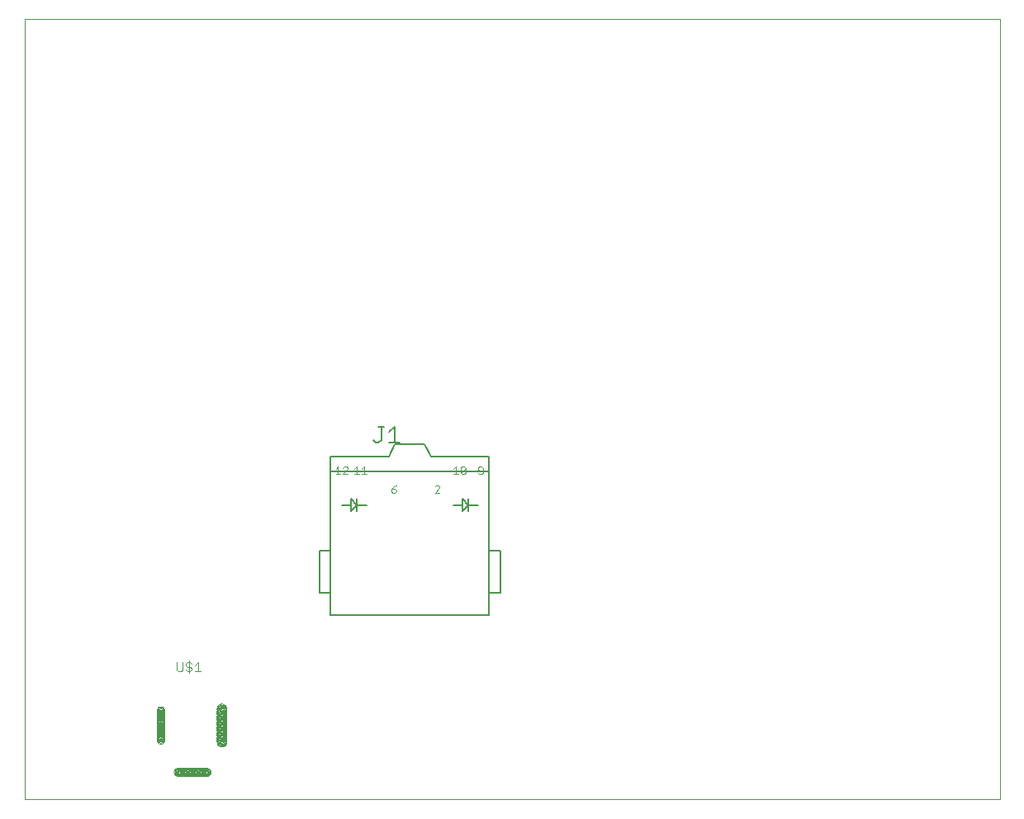
<source format=gto>
G75*
%MOIN*%
%OFA0B0*%
%FSLAX24Y24*%
%IPPOS*%
%LPD*%
%AMOC8*
5,1,8,0,0,1.08239X$1,22.5*
%
%ADD10C,0.0000*%
%ADD11C,0.0030*%
%ADD12C,0.0050*%
%ADD13C,0.0070*%
D10*
X000100Y000100D02*
X000100Y031596D01*
X039470Y031596D01*
X039470Y000100D01*
X000100Y000100D01*
X005443Y002509D02*
X005445Y002534D01*
X005451Y002558D01*
X005460Y002580D01*
X005473Y002601D01*
X005489Y002620D01*
X005508Y002636D01*
X005529Y002649D01*
X005551Y002658D01*
X005575Y002664D01*
X005600Y002666D01*
X005625Y002664D01*
X005649Y002658D01*
X005671Y002649D01*
X005692Y002636D01*
X005711Y002620D01*
X005727Y002601D01*
X005740Y002580D01*
X005749Y002558D01*
X005755Y002534D01*
X005757Y002509D01*
X005755Y002484D01*
X005749Y002460D01*
X005740Y002438D01*
X005727Y002417D01*
X005711Y002398D01*
X005692Y002382D01*
X005671Y002369D01*
X005649Y002360D01*
X005625Y002354D01*
X005600Y002352D01*
X005575Y002354D01*
X005551Y002360D01*
X005529Y002369D01*
X005508Y002382D01*
X005489Y002398D01*
X005473Y002417D01*
X005460Y002438D01*
X005451Y002460D01*
X005445Y002484D01*
X005443Y002509D01*
X005443Y002549D02*
X005445Y002574D01*
X005451Y002598D01*
X005460Y002620D01*
X005473Y002641D01*
X005489Y002660D01*
X005508Y002676D01*
X005529Y002689D01*
X005551Y002698D01*
X005575Y002704D01*
X005600Y002706D01*
X005625Y002704D01*
X005649Y002698D01*
X005671Y002689D01*
X005692Y002676D01*
X005711Y002660D01*
X005727Y002641D01*
X005740Y002620D01*
X005749Y002598D01*
X005755Y002574D01*
X005757Y002549D01*
X005755Y002524D01*
X005749Y002500D01*
X005740Y002478D01*
X005727Y002457D01*
X005711Y002438D01*
X005692Y002422D01*
X005671Y002409D01*
X005649Y002400D01*
X005625Y002394D01*
X005600Y002392D01*
X005575Y002394D01*
X005551Y002400D01*
X005529Y002409D01*
X005508Y002422D01*
X005489Y002438D01*
X005473Y002457D01*
X005460Y002478D01*
X005451Y002500D01*
X005445Y002524D01*
X005443Y002549D01*
X005443Y002588D02*
X005445Y002613D01*
X005451Y002637D01*
X005460Y002659D01*
X005473Y002680D01*
X005489Y002699D01*
X005508Y002715D01*
X005529Y002728D01*
X005551Y002737D01*
X005575Y002743D01*
X005600Y002745D01*
X005625Y002743D01*
X005649Y002737D01*
X005671Y002728D01*
X005692Y002715D01*
X005711Y002699D01*
X005727Y002680D01*
X005740Y002659D01*
X005749Y002637D01*
X005755Y002613D01*
X005757Y002588D01*
X005755Y002563D01*
X005749Y002539D01*
X005740Y002517D01*
X005727Y002496D01*
X005711Y002477D01*
X005692Y002461D01*
X005671Y002448D01*
X005649Y002439D01*
X005625Y002433D01*
X005600Y002431D01*
X005575Y002433D01*
X005551Y002439D01*
X005529Y002448D01*
X005508Y002461D01*
X005489Y002477D01*
X005473Y002496D01*
X005460Y002517D01*
X005451Y002539D01*
X005445Y002563D01*
X005443Y002588D01*
X005443Y002628D02*
X005445Y002653D01*
X005451Y002677D01*
X005460Y002699D01*
X005473Y002720D01*
X005489Y002739D01*
X005508Y002755D01*
X005529Y002768D01*
X005551Y002777D01*
X005575Y002783D01*
X005600Y002785D01*
X005625Y002783D01*
X005649Y002777D01*
X005671Y002768D01*
X005692Y002755D01*
X005711Y002739D01*
X005727Y002720D01*
X005740Y002699D01*
X005749Y002677D01*
X005755Y002653D01*
X005757Y002628D01*
X005755Y002603D01*
X005749Y002579D01*
X005740Y002557D01*
X005727Y002536D01*
X005711Y002517D01*
X005692Y002501D01*
X005671Y002488D01*
X005649Y002479D01*
X005625Y002473D01*
X005600Y002471D01*
X005575Y002473D01*
X005551Y002479D01*
X005529Y002488D01*
X005508Y002501D01*
X005489Y002517D01*
X005473Y002536D01*
X005460Y002557D01*
X005451Y002579D01*
X005445Y002603D01*
X005443Y002628D01*
X005443Y002667D02*
X005445Y002692D01*
X005451Y002716D01*
X005460Y002738D01*
X005473Y002759D01*
X005489Y002778D01*
X005508Y002794D01*
X005529Y002807D01*
X005551Y002816D01*
X005575Y002822D01*
X005600Y002824D01*
X005625Y002822D01*
X005649Y002816D01*
X005671Y002807D01*
X005692Y002794D01*
X005711Y002778D01*
X005727Y002759D01*
X005740Y002738D01*
X005749Y002716D01*
X005755Y002692D01*
X005757Y002667D01*
X005755Y002642D01*
X005749Y002618D01*
X005740Y002596D01*
X005727Y002575D01*
X005711Y002556D01*
X005692Y002540D01*
X005671Y002527D01*
X005649Y002518D01*
X005625Y002512D01*
X005600Y002510D01*
X005575Y002512D01*
X005551Y002518D01*
X005529Y002527D01*
X005508Y002540D01*
X005489Y002556D01*
X005473Y002575D01*
X005460Y002596D01*
X005451Y002618D01*
X005445Y002642D01*
X005443Y002667D01*
X005443Y002706D02*
X005445Y002731D01*
X005451Y002755D01*
X005460Y002777D01*
X005473Y002798D01*
X005489Y002817D01*
X005508Y002833D01*
X005529Y002846D01*
X005551Y002855D01*
X005575Y002861D01*
X005600Y002863D01*
X005625Y002861D01*
X005649Y002855D01*
X005671Y002846D01*
X005692Y002833D01*
X005711Y002817D01*
X005727Y002798D01*
X005740Y002777D01*
X005749Y002755D01*
X005755Y002731D01*
X005757Y002706D01*
X005755Y002681D01*
X005749Y002657D01*
X005740Y002635D01*
X005727Y002614D01*
X005711Y002595D01*
X005692Y002579D01*
X005671Y002566D01*
X005649Y002557D01*
X005625Y002551D01*
X005600Y002549D01*
X005575Y002551D01*
X005551Y002557D01*
X005529Y002566D01*
X005508Y002579D01*
X005489Y002595D01*
X005473Y002614D01*
X005460Y002635D01*
X005451Y002657D01*
X005445Y002681D01*
X005443Y002706D01*
X005443Y002746D02*
X005445Y002771D01*
X005451Y002795D01*
X005460Y002817D01*
X005473Y002838D01*
X005489Y002857D01*
X005508Y002873D01*
X005529Y002886D01*
X005551Y002895D01*
X005575Y002901D01*
X005600Y002903D01*
X005625Y002901D01*
X005649Y002895D01*
X005671Y002886D01*
X005692Y002873D01*
X005711Y002857D01*
X005727Y002838D01*
X005740Y002817D01*
X005749Y002795D01*
X005755Y002771D01*
X005757Y002746D01*
X005755Y002721D01*
X005749Y002697D01*
X005740Y002675D01*
X005727Y002654D01*
X005711Y002635D01*
X005692Y002619D01*
X005671Y002606D01*
X005649Y002597D01*
X005625Y002591D01*
X005600Y002589D01*
X005575Y002591D01*
X005551Y002597D01*
X005529Y002606D01*
X005508Y002619D01*
X005489Y002635D01*
X005473Y002654D01*
X005460Y002675D01*
X005451Y002697D01*
X005445Y002721D01*
X005443Y002746D01*
X005443Y002785D02*
X005445Y002810D01*
X005451Y002834D01*
X005460Y002856D01*
X005473Y002877D01*
X005489Y002896D01*
X005508Y002912D01*
X005529Y002925D01*
X005551Y002934D01*
X005575Y002940D01*
X005600Y002942D01*
X005625Y002940D01*
X005649Y002934D01*
X005671Y002925D01*
X005692Y002912D01*
X005711Y002896D01*
X005727Y002877D01*
X005740Y002856D01*
X005749Y002834D01*
X005755Y002810D01*
X005757Y002785D01*
X005755Y002760D01*
X005749Y002736D01*
X005740Y002714D01*
X005727Y002693D01*
X005711Y002674D01*
X005692Y002658D01*
X005671Y002645D01*
X005649Y002636D01*
X005625Y002630D01*
X005600Y002628D01*
X005575Y002630D01*
X005551Y002636D01*
X005529Y002645D01*
X005508Y002658D01*
X005489Y002674D01*
X005473Y002693D01*
X005460Y002714D01*
X005451Y002736D01*
X005445Y002760D01*
X005443Y002785D01*
X005443Y002824D02*
X005445Y002849D01*
X005451Y002873D01*
X005460Y002895D01*
X005473Y002916D01*
X005489Y002935D01*
X005508Y002951D01*
X005529Y002964D01*
X005551Y002973D01*
X005575Y002979D01*
X005600Y002981D01*
X005625Y002979D01*
X005649Y002973D01*
X005671Y002964D01*
X005692Y002951D01*
X005711Y002935D01*
X005727Y002916D01*
X005740Y002895D01*
X005749Y002873D01*
X005755Y002849D01*
X005757Y002824D01*
X005755Y002799D01*
X005749Y002775D01*
X005740Y002753D01*
X005727Y002732D01*
X005711Y002713D01*
X005692Y002697D01*
X005671Y002684D01*
X005649Y002675D01*
X005625Y002669D01*
X005600Y002667D01*
X005575Y002669D01*
X005551Y002675D01*
X005529Y002684D01*
X005508Y002697D01*
X005489Y002713D01*
X005473Y002732D01*
X005460Y002753D01*
X005451Y002775D01*
X005445Y002799D01*
X005443Y002824D01*
X005443Y002864D02*
X005445Y002889D01*
X005451Y002913D01*
X005460Y002935D01*
X005473Y002956D01*
X005489Y002975D01*
X005508Y002991D01*
X005529Y003004D01*
X005551Y003013D01*
X005575Y003019D01*
X005600Y003021D01*
X005625Y003019D01*
X005649Y003013D01*
X005671Y003004D01*
X005692Y002991D01*
X005711Y002975D01*
X005727Y002956D01*
X005740Y002935D01*
X005749Y002913D01*
X005755Y002889D01*
X005757Y002864D01*
X005755Y002839D01*
X005749Y002815D01*
X005740Y002793D01*
X005727Y002772D01*
X005711Y002753D01*
X005692Y002737D01*
X005671Y002724D01*
X005649Y002715D01*
X005625Y002709D01*
X005600Y002707D01*
X005575Y002709D01*
X005551Y002715D01*
X005529Y002724D01*
X005508Y002737D01*
X005489Y002753D01*
X005473Y002772D01*
X005460Y002793D01*
X005451Y002815D01*
X005445Y002839D01*
X005443Y002864D01*
X005443Y002903D02*
X005445Y002928D01*
X005451Y002952D01*
X005460Y002974D01*
X005473Y002995D01*
X005489Y003014D01*
X005508Y003030D01*
X005529Y003043D01*
X005551Y003052D01*
X005575Y003058D01*
X005600Y003060D01*
X005625Y003058D01*
X005649Y003052D01*
X005671Y003043D01*
X005692Y003030D01*
X005711Y003014D01*
X005727Y002995D01*
X005740Y002974D01*
X005749Y002952D01*
X005755Y002928D01*
X005757Y002903D01*
X005755Y002878D01*
X005749Y002854D01*
X005740Y002832D01*
X005727Y002811D01*
X005711Y002792D01*
X005692Y002776D01*
X005671Y002763D01*
X005649Y002754D01*
X005625Y002748D01*
X005600Y002746D01*
X005575Y002748D01*
X005551Y002754D01*
X005529Y002763D01*
X005508Y002776D01*
X005489Y002792D01*
X005473Y002811D01*
X005460Y002832D01*
X005451Y002854D01*
X005445Y002878D01*
X005443Y002903D01*
X005443Y002943D02*
X005445Y002968D01*
X005451Y002992D01*
X005460Y003014D01*
X005473Y003035D01*
X005489Y003054D01*
X005508Y003070D01*
X005529Y003083D01*
X005551Y003092D01*
X005575Y003098D01*
X005600Y003100D01*
X005625Y003098D01*
X005649Y003092D01*
X005671Y003083D01*
X005692Y003070D01*
X005711Y003054D01*
X005727Y003035D01*
X005740Y003014D01*
X005749Y002992D01*
X005755Y002968D01*
X005757Y002943D01*
X005755Y002918D01*
X005749Y002894D01*
X005740Y002872D01*
X005727Y002851D01*
X005711Y002832D01*
X005692Y002816D01*
X005671Y002803D01*
X005649Y002794D01*
X005625Y002788D01*
X005600Y002786D01*
X005575Y002788D01*
X005551Y002794D01*
X005529Y002803D01*
X005508Y002816D01*
X005489Y002832D01*
X005473Y002851D01*
X005460Y002872D01*
X005451Y002894D01*
X005445Y002918D01*
X005443Y002943D01*
X005443Y002982D02*
X005445Y003007D01*
X005451Y003031D01*
X005460Y003053D01*
X005473Y003074D01*
X005489Y003093D01*
X005508Y003109D01*
X005529Y003122D01*
X005551Y003131D01*
X005575Y003137D01*
X005600Y003139D01*
X005625Y003137D01*
X005649Y003131D01*
X005671Y003122D01*
X005692Y003109D01*
X005711Y003093D01*
X005727Y003074D01*
X005740Y003053D01*
X005749Y003031D01*
X005755Y003007D01*
X005757Y002982D01*
X005755Y002957D01*
X005749Y002933D01*
X005740Y002911D01*
X005727Y002890D01*
X005711Y002871D01*
X005692Y002855D01*
X005671Y002842D01*
X005649Y002833D01*
X005625Y002827D01*
X005600Y002825D01*
X005575Y002827D01*
X005551Y002833D01*
X005529Y002842D01*
X005508Y002855D01*
X005489Y002871D01*
X005473Y002890D01*
X005460Y002911D01*
X005451Y002933D01*
X005445Y002957D01*
X005443Y002982D01*
X005443Y003021D02*
X005445Y003046D01*
X005451Y003070D01*
X005460Y003092D01*
X005473Y003113D01*
X005489Y003132D01*
X005508Y003148D01*
X005529Y003161D01*
X005551Y003170D01*
X005575Y003176D01*
X005600Y003178D01*
X005625Y003176D01*
X005649Y003170D01*
X005671Y003161D01*
X005692Y003148D01*
X005711Y003132D01*
X005727Y003113D01*
X005740Y003092D01*
X005749Y003070D01*
X005755Y003046D01*
X005757Y003021D01*
X005755Y002996D01*
X005749Y002972D01*
X005740Y002950D01*
X005727Y002929D01*
X005711Y002910D01*
X005692Y002894D01*
X005671Y002881D01*
X005649Y002872D01*
X005625Y002866D01*
X005600Y002864D01*
X005575Y002866D01*
X005551Y002872D01*
X005529Y002881D01*
X005508Y002894D01*
X005489Y002910D01*
X005473Y002929D01*
X005460Y002950D01*
X005451Y002972D01*
X005445Y002996D01*
X005443Y003021D01*
X005443Y003061D02*
X005445Y003086D01*
X005451Y003110D01*
X005460Y003132D01*
X005473Y003153D01*
X005489Y003172D01*
X005508Y003188D01*
X005529Y003201D01*
X005551Y003210D01*
X005575Y003216D01*
X005600Y003218D01*
X005625Y003216D01*
X005649Y003210D01*
X005671Y003201D01*
X005692Y003188D01*
X005711Y003172D01*
X005727Y003153D01*
X005740Y003132D01*
X005749Y003110D01*
X005755Y003086D01*
X005757Y003061D01*
X005755Y003036D01*
X005749Y003012D01*
X005740Y002990D01*
X005727Y002969D01*
X005711Y002950D01*
X005692Y002934D01*
X005671Y002921D01*
X005649Y002912D01*
X005625Y002906D01*
X005600Y002904D01*
X005575Y002906D01*
X005551Y002912D01*
X005529Y002921D01*
X005508Y002934D01*
X005489Y002950D01*
X005473Y002969D01*
X005460Y002990D01*
X005451Y003012D01*
X005445Y003036D01*
X005443Y003061D01*
X005443Y003139D02*
X005445Y003164D01*
X005451Y003188D01*
X005460Y003210D01*
X005473Y003231D01*
X005489Y003250D01*
X005508Y003266D01*
X005529Y003279D01*
X005551Y003288D01*
X005575Y003294D01*
X005600Y003296D01*
X005625Y003294D01*
X005649Y003288D01*
X005671Y003279D01*
X005692Y003266D01*
X005711Y003250D01*
X005727Y003231D01*
X005740Y003210D01*
X005749Y003188D01*
X005755Y003164D01*
X005757Y003139D01*
X005755Y003114D01*
X005749Y003090D01*
X005740Y003068D01*
X005727Y003047D01*
X005711Y003028D01*
X005692Y003012D01*
X005671Y002999D01*
X005649Y002990D01*
X005625Y002984D01*
X005600Y002982D01*
X005575Y002984D01*
X005551Y002990D01*
X005529Y002999D01*
X005508Y003012D01*
X005489Y003028D01*
X005473Y003047D01*
X005460Y003068D01*
X005451Y003090D01*
X005445Y003114D01*
X005443Y003139D01*
X005443Y003179D02*
X005445Y003204D01*
X005451Y003228D01*
X005460Y003250D01*
X005473Y003271D01*
X005489Y003290D01*
X005508Y003306D01*
X005529Y003319D01*
X005551Y003328D01*
X005575Y003334D01*
X005600Y003336D01*
X005625Y003334D01*
X005649Y003328D01*
X005671Y003319D01*
X005692Y003306D01*
X005711Y003290D01*
X005727Y003271D01*
X005740Y003250D01*
X005749Y003228D01*
X005755Y003204D01*
X005757Y003179D01*
X005755Y003154D01*
X005749Y003130D01*
X005740Y003108D01*
X005727Y003087D01*
X005711Y003068D01*
X005692Y003052D01*
X005671Y003039D01*
X005649Y003030D01*
X005625Y003024D01*
X005600Y003022D01*
X005575Y003024D01*
X005551Y003030D01*
X005529Y003039D01*
X005508Y003052D01*
X005489Y003068D01*
X005473Y003087D01*
X005460Y003108D01*
X005451Y003130D01*
X005445Y003154D01*
X005443Y003179D01*
X005443Y003218D02*
X005445Y003243D01*
X005451Y003267D01*
X005460Y003289D01*
X005473Y003310D01*
X005489Y003329D01*
X005508Y003345D01*
X005529Y003358D01*
X005551Y003367D01*
X005575Y003373D01*
X005600Y003375D01*
X005625Y003373D01*
X005649Y003367D01*
X005671Y003358D01*
X005692Y003345D01*
X005711Y003329D01*
X005727Y003310D01*
X005740Y003289D01*
X005749Y003267D01*
X005755Y003243D01*
X005757Y003218D01*
X005755Y003193D01*
X005749Y003169D01*
X005740Y003147D01*
X005727Y003126D01*
X005711Y003107D01*
X005692Y003091D01*
X005671Y003078D01*
X005649Y003069D01*
X005625Y003063D01*
X005600Y003061D01*
X005575Y003063D01*
X005551Y003069D01*
X005529Y003078D01*
X005508Y003091D01*
X005489Y003107D01*
X005473Y003126D01*
X005460Y003147D01*
X005451Y003169D01*
X005445Y003193D01*
X005443Y003218D01*
X005443Y003257D02*
X005445Y003282D01*
X005451Y003306D01*
X005460Y003328D01*
X005473Y003349D01*
X005489Y003368D01*
X005508Y003384D01*
X005529Y003397D01*
X005551Y003406D01*
X005575Y003412D01*
X005600Y003414D01*
X005625Y003412D01*
X005649Y003406D01*
X005671Y003397D01*
X005692Y003384D01*
X005711Y003368D01*
X005727Y003349D01*
X005740Y003328D01*
X005749Y003306D01*
X005755Y003282D01*
X005757Y003257D01*
X005755Y003232D01*
X005749Y003208D01*
X005740Y003186D01*
X005727Y003165D01*
X005711Y003146D01*
X005692Y003130D01*
X005671Y003117D01*
X005649Y003108D01*
X005625Y003102D01*
X005600Y003100D01*
X005575Y003102D01*
X005551Y003108D01*
X005529Y003117D01*
X005508Y003130D01*
X005489Y003146D01*
X005473Y003165D01*
X005460Y003186D01*
X005451Y003208D01*
X005445Y003232D01*
X005443Y003257D01*
X005443Y003297D02*
X005445Y003322D01*
X005451Y003346D01*
X005460Y003368D01*
X005473Y003389D01*
X005489Y003408D01*
X005508Y003424D01*
X005529Y003437D01*
X005551Y003446D01*
X005575Y003452D01*
X005600Y003454D01*
X005625Y003452D01*
X005649Y003446D01*
X005671Y003437D01*
X005692Y003424D01*
X005711Y003408D01*
X005727Y003389D01*
X005740Y003368D01*
X005749Y003346D01*
X005755Y003322D01*
X005757Y003297D01*
X005755Y003272D01*
X005749Y003248D01*
X005740Y003226D01*
X005727Y003205D01*
X005711Y003186D01*
X005692Y003170D01*
X005671Y003157D01*
X005649Y003148D01*
X005625Y003142D01*
X005600Y003140D01*
X005575Y003142D01*
X005551Y003148D01*
X005529Y003157D01*
X005508Y003170D01*
X005489Y003186D01*
X005473Y003205D01*
X005460Y003226D01*
X005451Y003248D01*
X005445Y003272D01*
X005443Y003297D01*
X005443Y003336D02*
X005445Y003361D01*
X005451Y003385D01*
X005460Y003407D01*
X005473Y003428D01*
X005489Y003447D01*
X005508Y003463D01*
X005529Y003476D01*
X005551Y003485D01*
X005575Y003491D01*
X005600Y003493D01*
X005625Y003491D01*
X005649Y003485D01*
X005671Y003476D01*
X005692Y003463D01*
X005711Y003447D01*
X005727Y003428D01*
X005740Y003407D01*
X005749Y003385D01*
X005755Y003361D01*
X005757Y003336D01*
X005755Y003311D01*
X005749Y003287D01*
X005740Y003265D01*
X005727Y003244D01*
X005711Y003225D01*
X005692Y003209D01*
X005671Y003196D01*
X005649Y003187D01*
X005625Y003181D01*
X005600Y003179D01*
X005575Y003181D01*
X005551Y003187D01*
X005529Y003196D01*
X005508Y003209D01*
X005489Y003225D01*
X005473Y003244D01*
X005460Y003265D01*
X005451Y003287D01*
X005445Y003311D01*
X005443Y003336D01*
X005443Y003376D02*
X005445Y003401D01*
X005451Y003425D01*
X005460Y003447D01*
X005473Y003468D01*
X005489Y003487D01*
X005508Y003503D01*
X005529Y003516D01*
X005551Y003525D01*
X005575Y003531D01*
X005600Y003533D01*
X005625Y003531D01*
X005649Y003525D01*
X005671Y003516D01*
X005692Y003503D01*
X005711Y003487D01*
X005727Y003468D01*
X005740Y003447D01*
X005749Y003425D01*
X005755Y003401D01*
X005757Y003376D01*
X005755Y003351D01*
X005749Y003327D01*
X005740Y003305D01*
X005727Y003284D01*
X005711Y003265D01*
X005692Y003249D01*
X005671Y003236D01*
X005649Y003227D01*
X005625Y003221D01*
X005600Y003219D01*
X005575Y003221D01*
X005551Y003227D01*
X005529Y003236D01*
X005508Y003249D01*
X005489Y003265D01*
X005473Y003284D01*
X005460Y003305D01*
X005451Y003327D01*
X005445Y003351D01*
X005443Y003376D01*
X005443Y003415D02*
X005445Y003440D01*
X005451Y003464D01*
X005460Y003486D01*
X005473Y003507D01*
X005489Y003526D01*
X005508Y003542D01*
X005529Y003555D01*
X005551Y003564D01*
X005575Y003570D01*
X005600Y003572D01*
X005625Y003570D01*
X005649Y003564D01*
X005671Y003555D01*
X005692Y003542D01*
X005711Y003526D01*
X005727Y003507D01*
X005740Y003486D01*
X005749Y003464D01*
X005755Y003440D01*
X005757Y003415D01*
X005755Y003390D01*
X005749Y003366D01*
X005740Y003344D01*
X005727Y003323D01*
X005711Y003304D01*
X005692Y003288D01*
X005671Y003275D01*
X005649Y003266D01*
X005625Y003260D01*
X005600Y003258D01*
X005575Y003260D01*
X005551Y003266D01*
X005529Y003275D01*
X005508Y003288D01*
X005489Y003304D01*
X005473Y003323D01*
X005460Y003344D01*
X005451Y003366D01*
X005445Y003390D01*
X005443Y003415D01*
X005443Y003454D02*
X005445Y003479D01*
X005451Y003503D01*
X005460Y003525D01*
X005473Y003546D01*
X005489Y003565D01*
X005508Y003581D01*
X005529Y003594D01*
X005551Y003603D01*
X005575Y003609D01*
X005600Y003611D01*
X005625Y003609D01*
X005649Y003603D01*
X005671Y003594D01*
X005692Y003581D01*
X005711Y003565D01*
X005727Y003546D01*
X005740Y003525D01*
X005749Y003503D01*
X005755Y003479D01*
X005757Y003454D01*
X005755Y003429D01*
X005749Y003405D01*
X005740Y003383D01*
X005727Y003362D01*
X005711Y003343D01*
X005692Y003327D01*
X005671Y003314D01*
X005649Y003305D01*
X005625Y003299D01*
X005600Y003297D01*
X005575Y003299D01*
X005551Y003305D01*
X005529Y003314D01*
X005508Y003327D01*
X005489Y003343D01*
X005473Y003362D01*
X005460Y003383D01*
X005451Y003405D01*
X005445Y003429D01*
X005443Y003454D01*
X005443Y003494D02*
X005445Y003519D01*
X005451Y003543D01*
X005460Y003565D01*
X005473Y003586D01*
X005489Y003605D01*
X005508Y003621D01*
X005529Y003634D01*
X005551Y003643D01*
X005575Y003649D01*
X005600Y003651D01*
X005625Y003649D01*
X005649Y003643D01*
X005671Y003634D01*
X005692Y003621D01*
X005711Y003605D01*
X005727Y003586D01*
X005740Y003565D01*
X005749Y003543D01*
X005755Y003519D01*
X005757Y003494D01*
X005755Y003469D01*
X005749Y003445D01*
X005740Y003423D01*
X005727Y003402D01*
X005711Y003383D01*
X005692Y003367D01*
X005671Y003354D01*
X005649Y003345D01*
X005625Y003339D01*
X005600Y003337D01*
X005575Y003339D01*
X005551Y003345D01*
X005529Y003354D01*
X005508Y003367D01*
X005489Y003383D01*
X005473Y003402D01*
X005460Y003423D01*
X005451Y003445D01*
X005445Y003469D01*
X005443Y003494D01*
X005443Y003533D02*
X005445Y003558D01*
X005451Y003582D01*
X005460Y003604D01*
X005473Y003625D01*
X005489Y003644D01*
X005508Y003660D01*
X005529Y003673D01*
X005551Y003682D01*
X005575Y003688D01*
X005600Y003690D01*
X005625Y003688D01*
X005649Y003682D01*
X005671Y003673D01*
X005692Y003660D01*
X005711Y003644D01*
X005727Y003625D01*
X005740Y003604D01*
X005749Y003582D01*
X005755Y003558D01*
X005757Y003533D01*
X005755Y003508D01*
X005749Y003484D01*
X005740Y003462D01*
X005727Y003441D01*
X005711Y003422D01*
X005692Y003406D01*
X005671Y003393D01*
X005649Y003384D01*
X005625Y003378D01*
X005600Y003376D01*
X005575Y003378D01*
X005551Y003384D01*
X005529Y003393D01*
X005508Y003406D01*
X005489Y003422D01*
X005473Y003441D01*
X005460Y003462D01*
X005451Y003484D01*
X005445Y003508D01*
X005443Y003533D01*
X005443Y003572D02*
X005445Y003597D01*
X005451Y003621D01*
X005460Y003643D01*
X005473Y003664D01*
X005489Y003683D01*
X005508Y003699D01*
X005529Y003712D01*
X005551Y003721D01*
X005575Y003727D01*
X005600Y003729D01*
X005625Y003727D01*
X005649Y003721D01*
X005671Y003712D01*
X005692Y003699D01*
X005711Y003683D01*
X005727Y003664D01*
X005740Y003643D01*
X005749Y003621D01*
X005755Y003597D01*
X005757Y003572D01*
X005755Y003547D01*
X005749Y003523D01*
X005740Y003501D01*
X005727Y003480D01*
X005711Y003461D01*
X005692Y003445D01*
X005671Y003432D01*
X005649Y003423D01*
X005625Y003417D01*
X005600Y003415D01*
X005575Y003417D01*
X005551Y003423D01*
X005529Y003432D01*
X005508Y003445D01*
X005489Y003461D01*
X005473Y003480D01*
X005460Y003501D01*
X005451Y003523D01*
X005445Y003547D01*
X005443Y003572D01*
X005443Y003612D02*
X005445Y003637D01*
X005451Y003661D01*
X005460Y003683D01*
X005473Y003704D01*
X005489Y003723D01*
X005508Y003739D01*
X005529Y003752D01*
X005551Y003761D01*
X005575Y003767D01*
X005600Y003769D01*
X005625Y003767D01*
X005649Y003761D01*
X005671Y003752D01*
X005692Y003739D01*
X005711Y003723D01*
X005727Y003704D01*
X005740Y003683D01*
X005749Y003661D01*
X005755Y003637D01*
X005757Y003612D01*
X005755Y003587D01*
X005749Y003563D01*
X005740Y003541D01*
X005727Y003520D01*
X005711Y003501D01*
X005692Y003485D01*
X005671Y003472D01*
X005649Y003463D01*
X005625Y003457D01*
X005600Y003455D01*
X005575Y003457D01*
X005551Y003463D01*
X005529Y003472D01*
X005508Y003485D01*
X005489Y003501D01*
X005473Y003520D01*
X005460Y003541D01*
X005451Y003563D01*
X005445Y003587D01*
X005443Y003612D01*
X005443Y003651D02*
X005445Y003676D01*
X005451Y003700D01*
X005460Y003722D01*
X005473Y003743D01*
X005489Y003762D01*
X005508Y003778D01*
X005529Y003791D01*
X005551Y003800D01*
X005575Y003806D01*
X005600Y003808D01*
X005625Y003806D01*
X005649Y003800D01*
X005671Y003791D01*
X005692Y003778D01*
X005711Y003762D01*
X005727Y003743D01*
X005740Y003722D01*
X005749Y003700D01*
X005755Y003676D01*
X005757Y003651D01*
X005755Y003626D01*
X005749Y003602D01*
X005740Y003580D01*
X005727Y003559D01*
X005711Y003540D01*
X005692Y003524D01*
X005671Y003511D01*
X005649Y003502D01*
X005625Y003496D01*
X005600Y003494D01*
X005575Y003496D01*
X005551Y003502D01*
X005529Y003511D01*
X005508Y003524D01*
X005489Y003540D01*
X005473Y003559D01*
X005460Y003580D01*
X005451Y003602D01*
X005445Y003626D01*
X005443Y003651D01*
X005443Y003691D02*
X005445Y003716D01*
X005451Y003740D01*
X005460Y003762D01*
X005473Y003783D01*
X005489Y003802D01*
X005508Y003818D01*
X005529Y003831D01*
X005551Y003840D01*
X005575Y003846D01*
X005600Y003848D01*
X005625Y003846D01*
X005649Y003840D01*
X005671Y003831D01*
X005692Y003818D01*
X005711Y003802D01*
X005727Y003783D01*
X005740Y003762D01*
X005749Y003740D01*
X005755Y003716D01*
X005757Y003691D01*
X005755Y003666D01*
X005749Y003642D01*
X005740Y003620D01*
X005727Y003599D01*
X005711Y003580D01*
X005692Y003564D01*
X005671Y003551D01*
X005649Y003542D01*
X005625Y003536D01*
X005600Y003534D01*
X005575Y003536D01*
X005551Y003542D01*
X005529Y003551D01*
X005508Y003564D01*
X005489Y003580D01*
X005473Y003599D01*
X005460Y003620D01*
X005451Y003642D01*
X005445Y003666D01*
X005443Y003691D01*
X007864Y003691D02*
X007866Y003718D01*
X007872Y003745D01*
X007881Y003771D01*
X007894Y003795D01*
X007910Y003818D01*
X007929Y003837D01*
X007951Y003854D01*
X007975Y003868D01*
X008000Y003878D01*
X008027Y003885D01*
X008054Y003888D01*
X008082Y003887D01*
X008109Y003882D01*
X008135Y003874D01*
X008159Y003862D01*
X008182Y003846D01*
X008203Y003828D01*
X008220Y003807D01*
X008235Y003783D01*
X008246Y003758D01*
X008254Y003732D01*
X008258Y003705D01*
X008258Y003677D01*
X008254Y003650D01*
X008246Y003624D01*
X008235Y003599D01*
X008220Y003575D01*
X008203Y003554D01*
X008182Y003536D01*
X008160Y003520D01*
X008135Y003508D01*
X008109Y003500D01*
X008082Y003495D01*
X008054Y003494D01*
X008027Y003497D01*
X008000Y003504D01*
X007975Y003514D01*
X007951Y003528D01*
X007929Y003545D01*
X007910Y003564D01*
X007894Y003587D01*
X007881Y003611D01*
X007872Y003637D01*
X007866Y003664D01*
X007864Y003691D01*
X007864Y003730D02*
X007866Y003757D01*
X007872Y003784D01*
X007881Y003810D01*
X007894Y003834D01*
X007910Y003857D01*
X007929Y003876D01*
X007951Y003893D01*
X007975Y003907D01*
X008000Y003917D01*
X008027Y003924D01*
X008054Y003927D01*
X008082Y003926D01*
X008109Y003921D01*
X008135Y003913D01*
X008159Y003901D01*
X008182Y003885D01*
X008203Y003867D01*
X008220Y003846D01*
X008235Y003822D01*
X008246Y003797D01*
X008254Y003771D01*
X008258Y003744D01*
X008258Y003716D01*
X008254Y003689D01*
X008246Y003663D01*
X008235Y003638D01*
X008220Y003614D01*
X008203Y003593D01*
X008182Y003575D01*
X008160Y003559D01*
X008135Y003547D01*
X008109Y003539D01*
X008082Y003534D01*
X008054Y003533D01*
X008027Y003536D01*
X008000Y003543D01*
X007975Y003553D01*
X007951Y003567D01*
X007929Y003584D01*
X007910Y003603D01*
X007894Y003626D01*
X007881Y003650D01*
X007872Y003676D01*
X007866Y003703D01*
X007864Y003730D01*
X007864Y003769D02*
X007866Y003796D01*
X007872Y003823D01*
X007881Y003849D01*
X007894Y003873D01*
X007910Y003896D01*
X007929Y003915D01*
X007951Y003932D01*
X007975Y003946D01*
X008000Y003956D01*
X008027Y003963D01*
X008054Y003966D01*
X008082Y003965D01*
X008109Y003960D01*
X008135Y003952D01*
X008159Y003940D01*
X008182Y003924D01*
X008203Y003906D01*
X008220Y003885D01*
X008235Y003861D01*
X008246Y003836D01*
X008254Y003810D01*
X008258Y003783D01*
X008258Y003755D01*
X008254Y003728D01*
X008246Y003702D01*
X008235Y003677D01*
X008220Y003653D01*
X008203Y003632D01*
X008182Y003614D01*
X008160Y003598D01*
X008135Y003586D01*
X008109Y003578D01*
X008082Y003573D01*
X008054Y003572D01*
X008027Y003575D01*
X008000Y003582D01*
X007975Y003592D01*
X007951Y003606D01*
X007929Y003623D01*
X007910Y003642D01*
X007894Y003665D01*
X007881Y003689D01*
X007872Y003715D01*
X007866Y003742D01*
X007864Y003769D01*
X007864Y003651D02*
X007866Y003678D01*
X007872Y003705D01*
X007881Y003731D01*
X007894Y003755D01*
X007910Y003778D01*
X007929Y003797D01*
X007951Y003814D01*
X007975Y003828D01*
X008000Y003838D01*
X008027Y003845D01*
X008054Y003848D01*
X008082Y003847D01*
X008109Y003842D01*
X008135Y003834D01*
X008159Y003822D01*
X008182Y003806D01*
X008203Y003788D01*
X008220Y003767D01*
X008235Y003743D01*
X008246Y003718D01*
X008254Y003692D01*
X008258Y003665D01*
X008258Y003637D01*
X008254Y003610D01*
X008246Y003584D01*
X008235Y003559D01*
X008220Y003535D01*
X008203Y003514D01*
X008182Y003496D01*
X008160Y003480D01*
X008135Y003468D01*
X008109Y003460D01*
X008082Y003455D01*
X008054Y003454D01*
X008027Y003457D01*
X008000Y003464D01*
X007975Y003474D01*
X007951Y003488D01*
X007929Y003505D01*
X007910Y003524D01*
X007894Y003547D01*
X007881Y003571D01*
X007872Y003597D01*
X007866Y003624D01*
X007864Y003651D01*
X007864Y003612D02*
X007866Y003639D01*
X007872Y003666D01*
X007881Y003692D01*
X007894Y003716D01*
X007910Y003739D01*
X007929Y003758D01*
X007951Y003775D01*
X007975Y003789D01*
X008000Y003799D01*
X008027Y003806D01*
X008054Y003809D01*
X008082Y003808D01*
X008109Y003803D01*
X008135Y003795D01*
X008159Y003783D01*
X008182Y003767D01*
X008203Y003749D01*
X008220Y003728D01*
X008235Y003704D01*
X008246Y003679D01*
X008254Y003653D01*
X008258Y003626D01*
X008258Y003598D01*
X008254Y003571D01*
X008246Y003545D01*
X008235Y003520D01*
X008220Y003496D01*
X008203Y003475D01*
X008182Y003457D01*
X008160Y003441D01*
X008135Y003429D01*
X008109Y003421D01*
X008082Y003416D01*
X008054Y003415D01*
X008027Y003418D01*
X008000Y003425D01*
X007975Y003435D01*
X007951Y003449D01*
X007929Y003466D01*
X007910Y003485D01*
X007894Y003508D01*
X007881Y003532D01*
X007872Y003558D01*
X007866Y003585D01*
X007864Y003612D01*
X007864Y003572D02*
X007866Y003599D01*
X007872Y003626D01*
X007881Y003652D01*
X007894Y003676D01*
X007910Y003699D01*
X007929Y003718D01*
X007951Y003735D01*
X007975Y003749D01*
X008000Y003759D01*
X008027Y003766D01*
X008054Y003769D01*
X008082Y003768D01*
X008109Y003763D01*
X008135Y003755D01*
X008159Y003743D01*
X008182Y003727D01*
X008203Y003709D01*
X008220Y003688D01*
X008235Y003664D01*
X008246Y003639D01*
X008254Y003613D01*
X008258Y003586D01*
X008258Y003558D01*
X008254Y003531D01*
X008246Y003505D01*
X008235Y003480D01*
X008220Y003456D01*
X008203Y003435D01*
X008182Y003417D01*
X008160Y003401D01*
X008135Y003389D01*
X008109Y003381D01*
X008082Y003376D01*
X008054Y003375D01*
X008027Y003378D01*
X008000Y003385D01*
X007975Y003395D01*
X007951Y003409D01*
X007929Y003426D01*
X007910Y003445D01*
X007894Y003468D01*
X007881Y003492D01*
X007872Y003518D01*
X007866Y003545D01*
X007864Y003572D01*
X007864Y003533D02*
X007866Y003560D01*
X007872Y003587D01*
X007881Y003613D01*
X007894Y003637D01*
X007910Y003660D01*
X007929Y003679D01*
X007951Y003696D01*
X007975Y003710D01*
X008000Y003720D01*
X008027Y003727D01*
X008054Y003730D01*
X008082Y003729D01*
X008109Y003724D01*
X008135Y003716D01*
X008159Y003704D01*
X008182Y003688D01*
X008203Y003670D01*
X008220Y003649D01*
X008235Y003625D01*
X008246Y003600D01*
X008254Y003574D01*
X008258Y003547D01*
X008258Y003519D01*
X008254Y003492D01*
X008246Y003466D01*
X008235Y003441D01*
X008220Y003417D01*
X008203Y003396D01*
X008182Y003378D01*
X008160Y003362D01*
X008135Y003350D01*
X008109Y003342D01*
X008082Y003337D01*
X008054Y003336D01*
X008027Y003339D01*
X008000Y003346D01*
X007975Y003356D01*
X007951Y003370D01*
X007929Y003387D01*
X007910Y003406D01*
X007894Y003429D01*
X007881Y003453D01*
X007872Y003479D01*
X007866Y003506D01*
X007864Y003533D01*
X007864Y003494D02*
X007866Y003521D01*
X007872Y003548D01*
X007881Y003574D01*
X007894Y003598D01*
X007910Y003621D01*
X007929Y003640D01*
X007951Y003657D01*
X007975Y003671D01*
X008000Y003681D01*
X008027Y003688D01*
X008054Y003691D01*
X008082Y003690D01*
X008109Y003685D01*
X008135Y003677D01*
X008159Y003665D01*
X008182Y003649D01*
X008203Y003631D01*
X008220Y003610D01*
X008235Y003586D01*
X008246Y003561D01*
X008254Y003535D01*
X008258Y003508D01*
X008258Y003480D01*
X008254Y003453D01*
X008246Y003427D01*
X008235Y003402D01*
X008220Y003378D01*
X008203Y003357D01*
X008182Y003339D01*
X008160Y003323D01*
X008135Y003311D01*
X008109Y003303D01*
X008082Y003298D01*
X008054Y003297D01*
X008027Y003300D01*
X008000Y003307D01*
X007975Y003317D01*
X007951Y003331D01*
X007929Y003348D01*
X007910Y003367D01*
X007894Y003390D01*
X007881Y003414D01*
X007872Y003440D01*
X007866Y003467D01*
X007864Y003494D01*
X007864Y003454D02*
X007866Y003481D01*
X007872Y003508D01*
X007881Y003534D01*
X007894Y003558D01*
X007910Y003581D01*
X007929Y003600D01*
X007951Y003617D01*
X007975Y003631D01*
X008000Y003641D01*
X008027Y003648D01*
X008054Y003651D01*
X008082Y003650D01*
X008109Y003645D01*
X008135Y003637D01*
X008159Y003625D01*
X008182Y003609D01*
X008203Y003591D01*
X008220Y003570D01*
X008235Y003546D01*
X008246Y003521D01*
X008254Y003495D01*
X008258Y003468D01*
X008258Y003440D01*
X008254Y003413D01*
X008246Y003387D01*
X008235Y003362D01*
X008220Y003338D01*
X008203Y003317D01*
X008182Y003299D01*
X008160Y003283D01*
X008135Y003271D01*
X008109Y003263D01*
X008082Y003258D01*
X008054Y003257D01*
X008027Y003260D01*
X008000Y003267D01*
X007975Y003277D01*
X007951Y003291D01*
X007929Y003308D01*
X007910Y003327D01*
X007894Y003350D01*
X007881Y003374D01*
X007872Y003400D01*
X007866Y003427D01*
X007864Y003454D01*
X007866Y003481D01*
X007872Y003508D01*
X007881Y003534D01*
X007894Y003558D01*
X007910Y003581D01*
X007929Y003600D01*
X007951Y003617D01*
X007975Y003631D01*
X008000Y003641D01*
X008027Y003648D01*
X008054Y003651D01*
X008082Y003650D01*
X008109Y003645D01*
X008135Y003637D01*
X008159Y003625D01*
X008182Y003609D01*
X008203Y003591D01*
X008220Y003570D01*
X008235Y003546D01*
X008246Y003521D01*
X008254Y003495D01*
X008258Y003468D01*
X008258Y003440D01*
X008254Y003413D01*
X008246Y003387D01*
X008235Y003362D01*
X008220Y003338D01*
X008203Y003317D01*
X008182Y003299D01*
X008160Y003283D01*
X008135Y003271D01*
X008109Y003263D01*
X008082Y003258D01*
X008054Y003257D01*
X008027Y003260D01*
X008000Y003267D01*
X007975Y003277D01*
X007951Y003291D01*
X007929Y003308D01*
X007910Y003327D01*
X007894Y003350D01*
X007881Y003374D01*
X007872Y003400D01*
X007866Y003427D01*
X007864Y003454D01*
X007864Y003415D02*
X007866Y003442D01*
X007872Y003469D01*
X007881Y003495D01*
X007894Y003519D01*
X007910Y003542D01*
X007929Y003561D01*
X007951Y003578D01*
X007975Y003592D01*
X008000Y003602D01*
X008027Y003609D01*
X008054Y003612D01*
X008082Y003611D01*
X008109Y003606D01*
X008135Y003598D01*
X008159Y003586D01*
X008182Y003570D01*
X008203Y003552D01*
X008220Y003531D01*
X008235Y003507D01*
X008246Y003482D01*
X008254Y003456D01*
X008258Y003429D01*
X008258Y003401D01*
X008254Y003374D01*
X008246Y003348D01*
X008235Y003323D01*
X008220Y003299D01*
X008203Y003278D01*
X008182Y003260D01*
X008160Y003244D01*
X008135Y003232D01*
X008109Y003224D01*
X008082Y003219D01*
X008054Y003218D01*
X008027Y003221D01*
X008000Y003228D01*
X007975Y003238D01*
X007951Y003252D01*
X007929Y003269D01*
X007910Y003288D01*
X007894Y003311D01*
X007881Y003335D01*
X007872Y003361D01*
X007866Y003388D01*
X007864Y003415D01*
X007864Y003376D02*
X007866Y003403D01*
X007872Y003430D01*
X007881Y003456D01*
X007894Y003480D01*
X007910Y003503D01*
X007929Y003522D01*
X007951Y003539D01*
X007975Y003553D01*
X008000Y003563D01*
X008027Y003570D01*
X008054Y003573D01*
X008082Y003572D01*
X008109Y003567D01*
X008135Y003559D01*
X008159Y003547D01*
X008182Y003531D01*
X008203Y003513D01*
X008220Y003492D01*
X008235Y003468D01*
X008246Y003443D01*
X008254Y003417D01*
X008258Y003390D01*
X008258Y003362D01*
X008254Y003335D01*
X008246Y003309D01*
X008235Y003284D01*
X008220Y003260D01*
X008203Y003239D01*
X008182Y003221D01*
X008160Y003205D01*
X008135Y003193D01*
X008109Y003185D01*
X008082Y003180D01*
X008054Y003179D01*
X008027Y003182D01*
X008000Y003189D01*
X007975Y003199D01*
X007951Y003213D01*
X007929Y003230D01*
X007910Y003249D01*
X007894Y003272D01*
X007881Y003296D01*
X007872Y003322D01*
X007866Y003349D01*
X007864Y003376D01*
X007864Y003336D02*
X007866Y003363D01*
X007872Y003390D01*
X007881Y003416D01*
X007894Y003440D01*
X007910Y003463D01*
X007929Y003482D01*
X007951Y003499D01*
X007975Y003513D01*
X008000Y003523D01*
X008027Y003530D01*
X008054Y003533D01*
X008082Y003532D01*
X008109Y003527D01*
X008135Y003519D01*
X008159Y003507D01*
X008182Y003491D01*
X008203Y003473D01*
X008220Y003452D01*
X008235Y003428D01*
X008246Y003403D01*
X008254Y003377D01*
X008258Y003350D01*
X008258Y003322D01*
X008254Y003295D01*
X008246Y003269D01*
X008235Y003244D01*
X008220Y003220D01*
X008203Y003199D01*
X008182Y003181D01*
X008160Y003165D01*
X008135Y003153D01*
X008109Y003145D01*
X008082Y003140D01*
X008054Y003139D01*
X008027Y003142D01*
X008000Y003149D01*
X007975Y003159D01*
X007951Y003173D01*
X007929Y003190D01*
X007910Y003209D01*
X007894Y003232D01*
X007881Y003256D01*
X007872Y003282D01*
X007866Y003309D01*
X007864Y003336D01*
X007864Y003297D02*
X007866Y003324D01*
X007872Y003351D01*
X007881Y003377D01*
X007894Y003401D01*
X007910Y003424D01*
X007929Y003443D01*
X007951Y003460D01*
X007975Y003474D01*
X008000Y003484D01*
X008027Y003491D01*
X008054Y003494D01*
X008082Y003493D01*
X008109Y003488D01*
X008135Y003480D01*
X008159Y003468D01*
X008182Y003452D01*
X008203Y003434D01*
X008220Y003413D01*
X008235Y003389D01*
X008246Y003364D01*
X008254Y003338D01*
X008258Y003311D01*
X008258Y003283D01*
X008254Y003256D01*
X008246Y003230D01*
X008235Y003205D01*
X008220Y003181D01*
X008203Y003160D01*
X008182Y003142D01*
X008160Y003126D01*
X008135Y003114D01*
X008109Y003106D01*
X008082Y003101D01*
X008054Y003100D01*
X008027Y003103D01*
X008000Y003110D01*
X007975Y003120D01*
X007951Y003134D01*
X007929Y003151D01*
X007910Y003170D01*
X007894Y003193D01*
X007881Y003217D01*
X007872Y003243D01*
X007866Y003270D01*
X007864Y003297D01*
X007864Y003257D02*
X007866Y003284D01*
X007872Y003311D01*
X007881Y003337D01*
X007894Y003361D01*
X007910Y003384D01*
X007929Y003403D01*
X007951Y003420D01*
X007975Y003434D01*
X008000Y003444D01*
X008027Y003451D01*
X008054Y003454D01*
X008082Y003453D01*
X008109Y003448D01*
X008135Y003440D01*
X008159Y003428D01*
X008182Y003412D01*
X008203Y003394D01*
X008220Y003373D01*
X008235Y003349D01*
X008246Y003324D01*
X008254Y003298D01*
X008258Y003271D01*
X008258Y003243D01*
X008254Y003216D01*
X008246Y003190D01*
X008235Y003165D01*
X008220Y003141D01*
X008203Y003120D01*
X008182Y003102D01*
X008160Y003086D01*
X008135Y003074D01*
X008109Y003066D01*
X008082Y003061D01*
X008054Y003060D01*
X008027Y003063D01*
X008000Y003070D01*
X007975Y003080D01*
X007951Y003094D01*
X007929Y003111D01*
X007910Y003130D01*
X007894Y003153D01*
X007881Y003177D01*
X007872Y003203D01*
X007866Y003230D01*
X007864Y003257D01*
X007864Y003218D02*
X007866Y003245D01*
X007872Y003272D01*
X007881Y003298D01*
X007894Y003322D01*
X007910Y003345D01*
X007929Y003364D01*
X007951Y003381D01*
X007975Y003395D01*
X008000Y003405D01*
X008027Y003412D01*
X008054Y003415D01*
X008082Y003414D01*
X008109Y003409D01*
X008135Y003401D01*
X008159Y003389D01*
X008182Y003373D01*
X008203Y003355D01*
X008220Y003334D01*
X008235Y003310D01*
X008246Y003285D01*
X008254Y003259D01*
X008258Y003232D01*
X008258Y003204D01*
X008254Y003177D01*
X008246Y003151D01*
X008235Y003126D01*
X008220Y003102D01*
X008203Y003081D01*
X008182Y003063D01*
X008160Y003047D01*
X008135Y003035D01*
X008109Y003027D01*
X008082Y003022D01*
X008054Y003021D01*
X008027Y003024D01*
X008000Y003031D01*
X007975Y003041D01*
X007951Y003055D01*
X007929Y003072D01*
X007910Y003091D01*
X007894Y003114D01*
X007881Y003138D01*
X007872Y003164D01*
X007866Y003191D01*
X007864Y003218D01*
X007864Y003179D02*
X007866Y003206D01*
X007872Y003233D01*
X007881Y003259D01*
X007894Y003283D01*
X007910Y003306D01*
X007929Y003325D01*
X007951Y003342D01*
X007975Y003356D01*
X008000Y003366D01*
X008027Y003373D01*
X008054Y003376D01*
X008082Y003375D01*
X008109Y003370D01*
X008135Y003362D01*
X008159Y003350D01*
X008182Y003334D01*
X008203Y003316D01*
X008220Y003295D01*
X008235Y003271D01*
X008246Y003246D01*
X008254Y003220D01*
X008258Y003193D01*
X008258Y003165D01*
X008254Y003138D01*
X008246Y003112D01*
X008235Y003087D01*
X008220Y003063D01*
X008203Y003042D01*
X008182Y003024D01*
X008160Y003008D01*
X008135Y002996D01*
X008109Y002988D01*
X008082Y002983D01*
X008054Y002982D01*
X008027Y002985D01*
X008000Y002992D01*
X007975Y003002D01*
X007951Y003016D01*
X007929Y003033D01*
X007910Y003052D01*
X007894Y003075D01*
X007881Y003099D01*
X007872Y003125D01*
X007866Y003152D01*
X007864Y003179D01*
X007864Y003139D02*
X007866Y003166D01*
X007872Y003193D01*
X007881Y003219D01*
X007894Y003243D01*
X007910Y003266D01*
X007929Y003285D01*
X007951Y003302D01*
X007975Y003316D01*
X008000Y003326D01*
X008027Y003333D01*
X008054Y003336D01*
X008082Y003335D01*
X008109Y003330D01*
X008135Y003322D01*
X008159Y003310D01*
X008182Y003294D01*
X008203Y003276D01*
X008220Y003255D01*
X008235Y003231D01*
X008246Y003206D01*
X008254Y003180D01*
X008258Y003153D01*
X008258Y003125D01*
X008254Y003098D01*
X008246Y003072D01*
X008235Y003047D01*
X008220Y003023D01*
X008203Y003002D01*
X008182Y002984D01*
X008160Y002968D01*
X008135Y002956D01*
X008109Y002948D01*
X008082Y002943D01*
X008054Y002942D01*
X008027Y002945D01*
X008000Y002952D01*
X007975Y002962D01*
X007951Y002976D01*
X007929Y002993D01*
X007910Y003012D01*
X007894Y003035D01*
X007881Y003059D01*
X007872Y003085D01*
X007866Y003112D01*
X007864Y003139D01*
X007864Y003100D02*
X007866Y003127D01*
X007872Y003154D01*
X007881Y003180D01*
X007894Y003204D01*
X007910Y003227D01*
X007929Y003246D01*
X007951Y003263D01*
X007975Y003277D01*
X008000Y003287D01*
X008027Y003294D01*
X008054Y003297D01*
X008082Y003296D01*
X008109Y003291D01*
X008135Y003283D01*
X008159Y003271D01*
X008182Y003255D01*
X008203Y003237D01*
X008220Y003216D01*
X008235Y003192D01*
X008246Y003167D01*
X008254Y003141D01*
X008258Y003114D01*
X008258Y003086D01*
X008254Y003059D01*
X008246Y003033D01*
X008235Y003008D01*
X008220Y002984D01*
X008203Y002963D01*
X008182Y002945D01*
X008160Y002929D01*
X008135Y002917D01*
X008109Y002909D01*
X008082Y002904D01*
X008054Y002903D01*
X008027Y002906D01*
X008000Y002913D01*
X007975Y002923D01*
X007951Y002937D01*
X007929Y002954D01*
X007910Y002973D01*
X007894Y002996D01*
X007881Y003020D01*
X007872Y003046D01*
X007866Y003073D01*
X007864Y003100D01*
X007864Y003061D02*
X007866Y003088D01*
X007872Y003115D01*
X007881Y003141D01*
X007894Y003165D01*
X007910Y003188D01*
X007929Y003207D01*
X007951Y003224D01*
X007975Y003238D01*
X008000Y003248D01*
X008027Y003255D01*
X008054Y003258D01*
X008082Y003257D01*
X008109Y003252D01*
X008135Y003244D01*
X008159Y003232D01*
X008182Y003216D01*
X008203Y003198D01*
X008220Y003177D01*
X008235Y003153D01*
X008246Y003128D01*
X008254Y003102D01*
X008258Y003075D01*
X008258Y003047D01*
X008254Y003020D01*
X008246Y002994D01*
X008235Y002969D01*
X008220Y002945D01*
X008203Y002924D01*
X008182Y002906D01*
X008160Y002890D01*
X008135Y002878D01*
X008109Y002870D01*
X008082Y002865D01*
X008054Y002864D01*
X008027Y002867D01*
X008000Y002874D01*
X007975Y002884D01*
X007951Y002898D01*
X007929Y002915D01*
X007910Y002934D01*
X007894Y002957D01*
X007881Y002981D01*
X007872Y003007D01*
X007866Y003034D01*
X007864Y003061D01*
X007864Y003021D02*
X007866Y003048D01*
X007872Y003075D01*
X007881Y003101D01*
X007894Y003125D01*
X007910Y003148D01*
X007929Y003167D01*
X007951Y003184D01*
X007975Y003198D01*
X008000Y003208D01*
X008027Y003215D01*
X008054Y003218D01*
X008082Y003217D01*
X008109Y003212D01*
X008135Y003204D01*
X008159Y003192D01*
X008182Y003176D01*
X008203Y003158D01*
X008220Y003137D01*
X008235Y003113D01*
X008246Y003088D01*
X008254Y003062D01*
X008258Y003035D01*
X008258Y003007D01*
X008254Y002980D01*
X008246Y002954D01*
X008235Y002929D01*
X008220Y002905D01*
X008203Y002884D01*
X008182Y002866D01*
X008160Y002850D01*
X008135Y002838D01*
X008109Y002830D01*
X008082Y002825D01*
X008054Y002824D01*
X008027Y002827D01*
X008000Y002834D01*
X007975Y002844D01*
X007951Y002858D01*
X007929Y002875D01*
X007910Y002894D01*
X007894Y002917D01*
X007881Y002941D01*
X007872Y002967D01*
X007866Y002994D01*
X007864Y003021D01*
X007864Y002982D02*
X007866Y003009D01*
X007872Y003036D01*
X007881Y003062D01*
X007894Y003086D01*
X007910Y003109D01*
X007929Y003128D01*
X007951Y003145D01*
X007975Y003159D01*
X008000Y003169D01*
X008027Y003176D01*
X008054Y003179D01*
X008082Y003178D01*
X008109Y003173D01*
X008135Y003165D01*
X008159Y003153D01*
X008182Y003137D01*
X008203Y003119D01*
X008220Y003098D01*
X008235Y003074D01*
X008246Y003049D01*
X008254Y003023D01*
X008258Y002996D01*
X008258Y002968D01*
X008254Y002941D01*
X008246Y002915D01*
X008235Y002890D01*
X008220Y002866D01*
X008203Y002845D01*
X008182Y002827D01*
X008160Y002811D01*
X008135Y002799D01*
X008109Y002791D01*
X008082Y002786D01*
X008054Y002785D01*
X008027Y002788D01*
X008000Y002795D01*
X007975Y002805D01*
X007951Y002819D01*
X007929Y002836D01*
X007910Y002855D01*
X007894Y002878D01*
X007881Y002902D01*
X007872Y002928D01*
X007866Y002955D01*
X007864Y002982D01*
X007864Y002943D02*
X007866Y002970D01*
X007872Y002997D01*
X007881Y003023D01*
X007894Y003047D01*
X007910Y003070D01*
X007929Y003089D01*
X007951Y003106D01*
X007975Y003120D01*
X008000Y003130D01*
X008027Y003137D01*
X008054Y003140D01*
X008082Y003139D01*
X008109Y003134D01*
X008135Y003126D01*
X008159Y003114D01*
X008182Y003098D01*
X008203Y003080D01*
X008220Y003059D01*
X008235Y003035D01*
X008246Y003010D01*
X008254Y002984D01*
X008258Y002957D01*
X008258Y002929D01*
X008254Y002902D01*
X008246Y002876D01*
X008235Y002851D01*
X008220Y002827D01*
X008203Y002806D01*
X008182Y002788D01*
X008160Y002772D01*
X008135Y002760D01*
X008109Y002752D01*
X008082Y002747D01*
X008054Y002746D01*
X008027Y002749D01*
X008000Y002756D01*
X007975Y002766D01*
X007951Y002780D01*
X007929Y002797D01*
X007910Y002816D01*
X007894Y002839D01*
X007881Y002863D01*
X007872Y002889D01*
X007866Y002916D01*
X007864Y002943D01*
X007864Y002903D02*
X007866Y002930D01*
X007872Y002957D01*
X007881Y002983D01*
X007894Y003007D01*
X007910Y003030D01*
X007929Y003049D01*
X007951Y003066D01*
X007975Y003080D01*
X008000Y003090D01*
X008027Y003097D01*
X008054Y003100D01*
X008082Y003099D01*
X008109Y003094D01*
X008135Y003086D01*
X008159Y003074D01*
X008182Y003058D01*
X008203Y003040D01*
X008220Y003019D01*
X008235Y002995D01*
X008246Y002970D01*
X008254Y002944D01*
X008258Y002917D01*
X008258Y002889D01*
X008254Y002862D01*
X008246Y002836D01*
X008235Y002811D01*
X008220Y002787D01*
X008203Y002766D01*
X008182Y002748D01*
X008160Y002732D01*
X008135Y002720D01*
X008109Y002712D01*
X008082Y002707D01*
X008054Y002706D01*
X008027Y002709D01*
X008000Y002716D01*
X007975Y002726D01*
X007951Y002740D01*
X007929Y002757D01*
X007910Y002776D01*
X007894Y002799D01*
X007881Y002823D01*
X007872Y002849D01*
X007866Y002876D01*
X007864Y002903D01*
X007864Y002864D02*
X007866Y002891D01*
X007872Y002918D01*
X007881Y002944D01*
X007894Y002968D01*
X007910Y002991D01*
X007929Y003010D01*
X007951Y003027D01*
X007975Y003041D01*
X008000Y003051D01*
X008027Y003058D01*
X008054Y003061D01*
X008082Y003060D01*
X008109Y003055D01*
X008135Y003047D01*
X008159Y003035D01*
X008182Y003019D01*
X008203Y003001D01*
X008220Y002980D01*
X008235Y002956D01*
X008246Y002931D01*
X008254Y002905D01*
X008258Y002878D01*
X008258Y002850D01*
X008254Y002823D01*
X008246Y002797D01*
X008235Y002772D01*
X008220Y002748D01*
X008203Y002727D01*
X008182Y002709D01*
X008160Y002693D01*
X008135Y002681D01*
X008109Y002673D01*
X008082Y002668D01*
X008054Y002667D01*
X008027Y002670D01*
X008000Y002677D01*
X007975Y002687D01*
X007951Y002701D01*
X007929Y002718D01*
X007910Y002737D01*
X007894Y002760D01*
X007881Y002784D01*
X007872Y002810D01*
X007866Y002837D01*
X007864Y002864D01*
X007864Y002824D02*
X007866Y002851D01*
X007872Y002878D01*
X007881Y002904D01*
X007894Y002928D01*
X007910Y002951D01*
X007929Y002970D01*
X007951Y002987D01*
X007975Y003001D01*
X008000Y003011D01*
X008027Y003018D01*
X008054Y003021D01*
X008082Y003020D01*
X008109Y003015D01*
X008135Y003007D01*
X008159Y002995D01*
X008182Y002979D01*
X008203Y002961D01*
X008220Y002940D01*
X008235Y002916D01*
X008246Y002891D01*
X008254Y002865D01*
X008258Y002838D01*
X008258Y002810D01*
X008254Y002783D01*
X008246Y002757D01*
X008235Y002732D01*
X008220Y002708D01*
X008203Y002687D01*
X008182Y002669D01*
X008160Y002653D01*
X008135Y002641D01*
X008109Y002633D01*
X008082Y002628D01*
X008054Y002627D01*
X008027Y002630D01*
X008000Y002637D01*
X007975Y002647D01*
X007951Y002661D01*
X007929Y002678D01*
X007910Y002697D01*
X007894Y002720D01*
X007881Y002744D01*
X007872Y002770D01*
X007866Y002797D01*
X007864Y002824D01*
X007864Y002785D02*
X007866Y002812D01*
X007872Y002839D01*
X007881Y002865D01*
X007894Y002889D01*
X007910Y002912D01*
X007929Y002931D01*
X007951Y002948D01*
X007975Y002962D01*
X008000Y002972D01*
X008027Y002979D01*
X008054Y002982D01*
X008082Y002981D01*
X008109Y002976D01*
X008135Y002968D01*
X008159Y002956D01*
X008182Y002940D01*
X008203Y002922D01*
X008220Y002901D01*
X008235Y002877D01*
X008246Y002852D01*
X008254Y002826D01*
X008258Y002799D01*
X008258Y002771D01*
X008254Y002744D01*
X008246Y002718D01*
X008235Y002693D01*
X008220Y002669D01*
X008203Y002648D01*
X008182Y002630D01*
X008160Y002614D01*
X008135Y002602D01*
X008109Y002594D01*
X008082Y002589D01*
X008054Y002588D01*
X008027Y002591D01*
X008000Y002598D01*
X007975Y002608D01*
X007951Y002622D01*
X007929Y002639D01*
X007910Y002658D01*
X007894Y002681D01*
X007881Y002705D01*
X007872Y002731D01*
X007866Y002758D01*
X007864Y002785D01*
X007864Y002746D02*
X007866Y002773D01*
X007872Y002800D01*
X007881Y002826D01*
X007894Y002850D01*
X007910Y002873D01*
X007929Y002892D01*
X007951Y002909D01*
X007975Y002923D01*
X008000Y002933D01*
X008027Y002940D01*
X008054Y002943D01*
X008082Y002942D01*
X008109Y002937D01*
X008135Y002929D01*
X008159Y002917D01*
X008182Y002901D01*
X008203Y002883D01*
X008220Y002862D01*
X008235Y002838D01*
X008246Y002813D01*
X008254Y002787D01*
X008258Y002760D01*
X008258Y002732D01*
X008254Y002705D01*
X008246Y002679D01*
X008235Y002654D01*
X008220Y002630D01*
X008203Y002609D01*
X008182Y002591D01*
X008160Y002575D01*
X008135Y002563D01*
X008109Y002555D01*
X008082Y002550D01*
X008054Y002549D01*
X008027Y002552D01*
X008000Y002559D01*
X007975Y002569D01*
X007951Y002583D01*
X007929Y002600D01*
X007910Y002619D01*
X007894Y002642D01*
X007881Y002666D01*
X007872Y002692D01*
X007866Y002719D01*
X007864Y002746D01*
X007864Y002706D02*
X007866Y002733D01*
X007872Y002760D01*
X007881Y002786D01*
X007894Y002810D01*
X007910Y002833D01*
X007929Y002852D01*
X007951Y002869D01*
X007975Y002883D01*
X008000Y002893D01*
X008027Y002900D01*
X008054Y002903D01*
X008082Y002902D01*
X008109Y002897D01*
X008135Y002889D01*
X008159Y002877D01*
X008182Y002861D01*
X008203Y002843D01*
X008220Y002822D01*
X008235Y002798D01*
X008246Y002773D01*
X008254Y002747D01*
X008258Y002720D01*
X008258Y002692D01*
X008254Y002665D01*
X008246Y002639D01*
X008235Y002614D01*
X008220Y002590D01*
X008203Y002569D01*
X008182Y002551D01*
X008160Y002535D01*
X008135Y002523D01*
X008109Y002515D01*
X008082Y002510D01*
X008054Y002509D01*
X008027Y002512D01*
X008000Y002519D01*
X007975Y002529D01*
X007951Y002543D01*
X007929Y002560D01*
X007910Y002579D01*
X007894Y002602D01*
X007881Y002626D01*
X007872Y002652D01*
X007866Y002679D01*
X007864Y002706D01*
X007864Y002667D02*
X007866Y002694D01*
X007872Y002721D01*
X007881Y002747D01*
X007894Y002771D01*
X007910Y002794D01*
X007929Y002813D01*
X007951Y002830D01*
X007975Y002844D01*
X008000Y002854D01*
X008027Y002861D01*
X008054Y002864D01*
X008082Y002863D01*
X008109Y002858D01*
X008135Y002850D01*
X008159Y002838D01*
X008182Y002822D01*
X008203Y002804D01*
X008220Y002783D01*
X008235Y002759D01*
X008246Y002734D01*
X008254Y002708D01*
X008258Y002681D01*
X008258Y002653D01*
X008254Y002626D01*
X008246Y002600D01*
X008235Y002575D01*
X008220Y002551D01*
X008203Y002530D01*
X008182Y002512D01*
X008160Y002496D01*
X008135Y002484D01*
X008109Y002476D01*
X008082Y002471D01*
X008054Y002470D01*
X008027Y002473D01*
X008000Y002480D01*
X007975Y002490D01*
X007951Y002504D01*
X007929Y002521D01*
X007910Y002540D01*
X007894Y002563D01*
X007881Y002587D01*
X007872Y002613D01*
X007866Y002640D01*
X007864Y002667D01*
X007864Y002628D02*
X007866Y002655D01*
X007872Y002682D01*
X007881Y002708D01*
X007894Y002732D01*
X007910Y002755D01*
X007929Y002774D01*
X007951Y002791D01*
X007975Y002805D01*
X008000Y002815D01*
X008027Y002822D01*
X008054Y002825D01*
X008082Y002824D01*
X008109Y002819D01*
X008135Y002811D01*
X008159Y002799D01*
X008182Y002783D01*
X008203Y002765D01*
X008220Y002744D01*
X008235Y002720D01*
X008246Y002695D01*
X008254Y002669D01*
X008258Y002642D01*
X008258Y002614D01*
X008254Y002587D01*
X008246Y002561D01*
X008235Y002536D01*
X008220Y002512D01*
X008203Y002491D01*
X008182Y002473D01*
X008160Y002457D01*
X008135Y002445D01*
X008109Y002437D01*
X008082Y002432D01*
X008054Y002431D01*
X008027Y002434D01*
X008000Y002441D01*
X007975Y002451D01*
X007951Y002465D01*
X007929Y002482D01*
X007910Y002501D01*
X007894Y002524D01*
X007881Y002548D01*
X007872Y002574D01*
X007866Y002601D01*
X007864Y002628D01*
X007864Y002588D02*
X007866Y002615D01*
X007872Y002642D01*
X007881Y002668D01*
X007894Y002692D01*
X007910Y002715D01*
X007929Y002734D01*
X007951Y002751D01*
X007975Y002765D01*
X008000Y002775D01*
X008027Y002782D01*
X008054Y002785D01*
X008082Y002784D01*
X008109Y002779D01*
X008135Y002771D01*
X008159Y002759D01*
X008182Y002743D01*
X008203Y002725D01*
X008220Y002704D01*
X008235Y002680D01*
X008246Y002655D01*
X008254Y002629D01*
X008258Y002602D01*
X008258Y002574D01*
X008254Y002547D01*
X008246Y002521D01*
X008235Y002496D01*
X008220Y002472D01*
X008203Y002451D01*
X008182Y002433D01*
X008160Y002417D01*
X008135Y002405D01*
X008109Y002397D01*
X008082Y002392D01*
X008054Y002391D01*
X008027Y002394D01*
X008000Y002401D01*
X007975Y002411D01*
X007951Y002425D01*
X007929Y002442D01*
X007910Y002461D01*
X007894Y002484D01*
X007881Y002508D01*
X007872Y002534D01*
X007866Y002561D01*
X007864Y002588D01*
X007864Y002549D02*
X007866Y002576D01*
X007872Y002603D01*
X007881Y002629D01*
X007894Y002653D01*
X007910Y002676D01*
X007929Y002695D01*
X007951Y002712D01*
X007975Y002726D01*
X008000Y002736D01*
X008027Y002743D01*
X008054Y002746D01*
X008082Y002745D01*
X008109Y002740D01*
X008135Y002732D01*
X008159Y002720D01*
X008182Y002704D01*
X008203Y002686D01*
X008220Y002665D01*
X008235Y002641D01*
X008246Y002616D01*
X008254Y002590D01*
X008258Y002563D01*
X008258Y002535D01*
X008254Y002508D01*
X008246Y002482D01*
X008235Y002457D01*
X008220Y002433D01*
X008203Y002412D01*
X008182Y002394D01*
X008160Y002378D01*
X008135Y002366D01*
X008109Y002358D01*
X008082Y002353D01*
X008054Y002352D01*
X008027Y002355D01*
X008000Y002362D01*
X007975Y002372D01*
X007951Y002386D01*
X007929Y002403D01*
X007910Y002422D01*
X007894Y002445D01*
X007881Y002469D01*
X007872Y002495D01*
X007866Y002522D01*
X007864Y002549D01*
X007864Y002509D02*
X007866Y002536D01*
X007872Y002563D01*
X007881Y002589D01*
X007894Y002613D01*
X007910Y002636D01*
X007929Y002655D01*
X007951Y002672D01*
X007975Y002686D01*
X008000Y002696D01*
X008027Y002703D01*
X008054Y002706D01*
X008082Y002705D01*
X008109Y002700D01*
X008135Y002692D01*
X008159Y002680D01*
X008182Y002664D01*
X008203Y002646D01*
X008220Y002625D01*
X008235Y002601D01*
X008246Y002576D01*
X008254Y002550D01*
X008258Y002523D01*
X008258Y002495D01*
X008254Y002468D01*
X008246Y002442D01*
X008235Y002417D01*
X008220Y002393D01*
X008203Y002372D01*
X008182Y002354D01*
X008160Y002338D01*
X008135Y002326D01*
X008109Y002318D01*
X008082Y002313D01*
X008054Y002312D01*
X008027Y002315D01*
X008000Y002322D01*
X007975Y002332D01*
X007951Y002346D01*
X007929Y002363D01*
X007910Y002382D01*
X007894Y002405D01*
X007881Y002429D01*
X007872Y002455D01*
X007866Y002482D01*
X007864Y002509D01*
X007864Y002470D02*
X007866Y002497D01*
X007872Y002524D01*
X007881Y002550D01*
X007894Y002574D01*
X007910Y002597D01*
X007929Y002616D01*
X007951Y002633D01*
X007975Y002647D01*
X008000Y002657D01*
X008027Y002664D01*
X008054Y002667D01*
X008082Y002666D01*
X008109Y002661D01*
X008135Y002653D01*
X008159Y002641D01*
X008182Y002625D01*
X008203Y002607D01*
X008220Y002586D01*
X008235Y002562D01*
X008246Y002537D01*
X008254Y002511D01*
X008258Y002484D01*
X008258Y002456D01*
X008254Y002429D01*
X008246Y002403D01*
X008235Y002378D01*
X008220Y002354D01*
X008203Y002333D01*
X008182Y002315D01*
X008160Y002299D01*
X008135Y002287D01*
X008109Y002279D01*
X008082Y002274D01*
X008054Y002273D01*
X008027Y002276D01*
X008000Y002283D01*
X007975Y002293D01*
X007951Y002307D01*
X007929Y002324D01*
X007910Y002343D01*
X007894Y002366D01*
X007881Y002390D01*
X007872Y002416D01*
X007866Y002443D01*
X007864Y002470D01*
X007864Y002431D02*
X007866Y002458D01*
X007872Y002485D01*
X007881Y002511D01*
X007894Y002535D01*
X007910Y002558D01*
X007929Y002577D01*
X007951Y002594D01*
X007975Y002608D01*
X008000Y002618D01*
X008027Y002625D01*
X008054Y002628D01*
X008082Y002627D01*
X008109Y002622D01*
X008135Y002614D01*
X008159Y002602D01*
X008182Y002586D01*
X008203Y002568D01*
X008220Y002547D01*
X008235Y002523D01*
X008246Y002498D01*
X008254Y002472D01*
X008258Y002445D01*
X008258Y002417D01*
X008254Y002390D01*
X008246Y002364D01*
X008235Y002339D01*
X008220Y002315D01*
X008203Y002294D01*
X008182Y002276D01*
X008160Y002260D01*
X008135Y002248D01*
X008109Y002240D01*
X008082Y002235D01*
X008054Y002234D01*
X008027Y002237D01*
X008000Y002244D01*
X007975Y002254D01*
X007951Y002268D01*
X007929Y002285D01*
X007910Y002304D01*
X007894Y002327D01*
X007881Y002351D01*
X007872Y002377D01*
X007866Y002404D01*
X007864Y002431D01*
X007313Y001210D02*
X007315Y001235D01*
X007321Y001259D01*
X007330Y001281D01*
X007343Y001302D01*
X007359Y001321D01*
X007378Y001337D01*
X007399Y001350D01*
X007421Y001359D01*
X007445Y001365D01*
X007470Y001367D01*
X007495Y001365D01*
X007519Y001359D01*
X007541Y001350D01*
X007562Y001337D01*
X007581Y001321D01*
X007597Y001302D01*
X007610Y001281D01*
X007619Y001259D01*
X007625Y001235D01*
X007627Y001210D01*
X007625Y001185D01*
X007619Y001161D01*
X007610Y001139D01*
X007597Y001118D01*
X007581Y001099D01*
X007562Y001083D01*
X007541Y001070D01*
X007519Y001061D01*
X007495Y001055D01*
X007470Y001053D01*
X007445Y001055D01*
X007421Y001061D01*
X007399Y001070D01*
X007378Y001083D01*
X007359Y001099D01*
X007343Y001118D01*
X007330Y001139D01*
X007321Y001161D01*
X007315Y001185D01*
X007313Y001210D01*
X007156Y001210D02*
X007158Y001235D01*
X007164Y001259D01*
X007173Y001281D01*
X007186Y001302D01*
X007202Y001321D01*
X007221Y001337D01*
X007242Y001350D01*
X007264Y001359D01*
X007288Y001365D01*
X007313Y001367D01*
X007338Y001365D01*
X007362Y001359D01*
X007384Y001350D01*
X007405Y001337D01*
X007424Y001321D01*
X007440Y001302D01*
X007453Y001281D01*
X007462Y001259D01*
X007468Y001235D01*
X007470Y001210D01*
X007468Y001185D01*
X007462Y001161D01*
X007453Y001139D01*
X007440Y001118D01*
X007424Y001099D01*
X007405Y001083D01*
X007384Y001070D01*
X007362Y001061D01*
X007338Y001055D01*
X007313Y001053D01*
X007288Y001055D01*
X007264Y001061D01*
X007242Y001070D01*
X007221Y001083D01*
X007202Y001099D01*
X007186Y001118D01*
X007173Y001139D01*
X007164Y001161D01*
X007158Y001185D01*
X007156Y001210D01*
X006998Y001210D02*
X007000Y001235D01*
X007006Y001259D01*
X007015Y001281D01*
X007028Y001302D01*
X007044Y001321D01*
X007063Y001337D01*
X007084Y001350D01*
X007106Y001359D01*
X007130Y001365D01*
X007155Y001367D01*
X007180Y001365D01*
X007204Y001359D01*
X007226Y001350D01*
X007247Y001337D01*
X007266Y001321D01*
X007282Y001302D01*
X007295Y001281D01*
X007304Y001259D01*
X007310Y001235D01*
X007312Y001210D01*
X007310Y001185D01*
X007304Y001161D01*
X007295Y001139D01*
X007282Y001118D01*
X007266Y001099D01*
X007247Y001083D01*
X007226Y001070D01*
X007204Y001061D01*
X007180Y001055D01*
X007155Y001053D01*
X007130Y001055D01*
X007106Y001061D01*
X007084Y001070D01*
X007063Y001083D01*
X007044Y001099D01*
X007028Y001118D01*
X007015Y001139D01*
X007006Y001161D01*
X007000Y001185D01*
X006998Y001210D01*
X006841Y001210D02*
X006843Y001235D01*
X006849Y001259D01*
X006858Y001281D01*
X006871Y001302D01*
X006887Y001321D01*
X006906Y001337D01*
X006927Y001350D01*
X006949Y001359D01*
X006973Y001365D01*
X006998Y001367D01*
X007023Y001365D01*
X007047Y001359D01*
X007069Y001350D01*
X007090Y001337D01*
X007109Y001321D01*
X007125Y001302D01*
X007138Y001281D01*
X007147Y001259D01*
X007153Y001235D01*
X007155Y001210D01*
X007153Y001185D01*
X007147Y001161D01*
X007138Y001139D01*
X007125Y001118D01*
X007109Y001099D01*
X007090Y001083D01*
X007069Y001070D01*
X007047Y001061D01*
X007023Y001055D01*
X006998Y001053D01*
X006973Y001055D01*
X006949Y001061D01*
X006927Y001070D01*
X006906Y001083D01*
X006887Y001099D01*
X006871Y001118D01*
X006858Y001139D01*
X006849Y001161D01*
X006843Y001185D01*
X006841Y001210D01*
X006683Y001210D02*
X006685Y001235D01*
X006691Y001259D01*
X006700Y001281D01*
X006713Y001302D01*
X006729Y001321D01*
X006748Y001337D01*
X006769Y001350D01*
X006791Y001359D01*
X006815Y001365D01*
X006840Y001367D01*
X006865Y001365D01*
X006889Y001359D01*
X006911Y001350D01*
X006932Y001337D01*
X006951Y001321D01*
X006967Y001302D01*
X006980Y001281D01*
X006989Y001259D01*
X006995Y001235D01*
X006997Y001210D01*
X006995Y001185D01*
X006989Y001161D01*
X006980Y001139D01*
X006967Y001118D01*
X006951Y001099D01*
X006932Y001083D01*
X006911Y001070D01*
X006889Y001061D01*
X006865Y001055D01*
X006840Y001053D01*
X006815Y001055D01*
X006791Y001061D01*
X006769Y001070D01*
X006748Y001083D01*
X006729Y001099D01*
X006713Y001118D01*
X006700Y001139D01*
X006691Y001161D01*
X006685Y001185D01*
X006683Y001210D01*
X006526Y001210D02*
X006528Y001235D01*
X006534Y001259D01*
X006543Y001281D01*
X006556Y001302D01*
X006572Y001321D01*
X006591Y001337D01*
X006612Y001350D01*
X006634Y001359D01*
X006658Y001365D01*
X006683Y001367D01*
X006708Y001365D01*
X006732Y001359D01*
X006754Y001350D01*
X006775Y001337D01*
X006794Y001321D01*
X006810Y001302D01*
X006823Y001281D01*
X006832Y001259D01*
X006838Y001235D01*
X006840Y001210D01*
X006838Y001185D01*
X006832Y001161D01*
X006823Y001139D01*
X006810Y001118D01*
X006794Y001099D01*
X006775Y001083D01*
X006754Y001070D01*
X006732Y001061D01*
X006708Y001055D01*
X006683Y001053D01*
X006658Y001055D01*
X006634Y001061D01*
X006612Y001070D01*
X006591Y001083D01*
X006572Y001099D01*
X006556Y001118D01*
X006543Y001139D01*
X006534Y001161D01*
X006528Y001185D01*
X006526Y001210D01*
X006368Y001210D02*
X006370Y001235D01*
X006376Y001259D01*
X006385Y001281D01*
X006398Y001302D01*
X006414Y001321D01*
X006433Y001337D01*
X006454Y001350D01*
X006476Y001359D01*
X006500Y001365D01*
X006525Y001367D01*
X006550Y001365D01*
X006574Y001359D01*
X006596Y001350D01*
X006617Y001337D01*
X006636Y001321D01*
X006652Y001302D01*
X006665Y001281D01*
X006674Y001259D01*
X006680Y001235D01*
X006682Y001210D01*
X006680Y001185D01*
X006674Y001161D01*
X006665Y001139D01*
X006652Y001118D01*
X006636Y001099D01*
X006617Y001083D01*
X006596Y001070D01*
X006574Y001061D01*
X006550Y001055D01*
X006525Y001053D01*
X006500Y001055D01*
X006476Y001061D01*
X006454Y001070D01*
X006433Y001083D01*
X006414Y001099D01*
X006398Y001118D01*
X006385Y001139D01*
X006376Y001161D01*
X006370Y001185D01*
X006368Y001210D01*
X006211Y001210D02*
X006213Y001235D01*
X006219Y001259D01*
X006228Y001281D01*
X006241Y001302D01*
X006257Y001321D01*
X006276Y001337D01*
X006297Y001350D01*
X006319Y001359D01*
X006343Y001365D01*
X006368Y001367D01*
X006393Y001365D01*
X006417Y001359D01*
X006439Y001350D01*
X006460Y001337D01*
X006479Y001321D01*
X006495Y001302D01*
X006508Y001281D01*
X006517Y001259D01*
X006523Y001235D01*
X006525Y001210D01*
X006523Y001185D01*
X006517Y001161D01*
X006508Y001139D01*
X006495Y001118D01*
X006479Y001099D01*
X006460Y001083D01*
X006439Y001070D01*
X006417Y001061D01*
X006393Y001055D01*
X006368Y001053D01*
X006343Y001055D01*
X006319Y001061D01*
X006297Y001070D01*
X006276Y001083D01*
X006257Y001099D01*
X006241Y001118D01*
X006228Y001139D01*
X006219Y001161D01*
X006213Y001185D01*
X006211Y001210D01*
X006132Y001210D02*
X006134Y001235D01*
X006140Y001259D01*
X006149Y001281D01*
X006162Y001302D01*
X006178Y001321D01*
X006197Y001337D01*
X006218Y001350D01*
X006240Y001359D01*
X006264Y001365D01*
X006289Y001367D01*
X006314Y001365D01*
X006338Y001359D01*
X006360Y001350D01*
X006381Y001337D01*
X006400Y001321D01*
X006416Y001302D01*
X006429Y001281D01*
X006438Y001259D01*
X006444Y001235D01*
X006446Y001210D01*
X006444Y001185D01*
X006438Y001161D01*
X006429Y001139D01*
X006416Y001118D01*
X006400Y001099D01*
X006381Y001083D01*
X006360Y001070D01*
X006338Y001061D01*
X006314Y001055D01*
X006289Y001053D01*
X006264Y001055D01*
X006240Y001061D01*
X006218Y001070D01*
X006197Y001083D01*
X006178Y001099D01*
X006162Y001118D01*
X006149Y001139D01*
X006140Y001161D01*
X006134Y001185D01*
X006132Y001210D01*
X006171Y001210D02*
X006173Y001235D01*
X006179Y001259D01*
X006188Y001281D01*
X006201Y001302D01*
X006217Y001321D01*
X006236Y001337D01*
X006257Y001350D01*
X006279Y001359D01*
X006303Y001365D01*
X006328Y001367D01*
X006353Y001365D01*
X006377Y001359D01*
X006399Y001350D01*
X006420Y001337D01*
X006439Y001321D01*
X006455Y001302D01*
X006468Y001281D01*
X006477Y001259D01*
X006483Y001235D01*
X006485Y001210D01*
X006483Y001185D01*
X006477Y001161D01*
X006468Y001139D01*
X006455Y001118D01*
X006439Y001099D01*
X006420Y001083D01*
X006399Y001070D01*
X006377Y001061D01*
X006353Y001055D01*
X006328Y001053D01*
X006303Y001055D01*
X006279Y001061D01*
X006257Y001070D01*
X006236Y001083D01*
X006217Y001099D01*
X006201Y001118D01*
X006188Y001139D01*
X006179Y001161D01*
X006173Y001185D01*
X006171Y001210D01*
X006250Y001210D02*
X006252Y001235D01*
X006258Y001259D01*
X006267Y001281D01*
X006280Y001302D01*
X006296Y001321D01*
X006315Y001337D01*
X006336Y001350D01*
X006358Y001359D01*
X006382Y001365D01*
X006407Y001367D01*
X006432Y001365D01*
X006456Y001359D01*
X006478Y001350D01*
X006499Y001337D01*
X006518Y001321D01*
X006534Y001302D01*
X006547Y001281D01*
X006556Y001259D01*
X006562Y001235D01*
X006564Y001210D01*
X006562Y001185D01*
X006556Y001161D01*
X006547Y001139D01*
X006534Y001118D01*
X006518Y001099D01*
X006499Y001083D01*
X006478Y001070D01*
X006456Y001061D01*
X006432Y001055D01*
X006407Y001053D01*
X006382Y001055D01*
X006358Y001061D01*
X006336Y001070D01*
X006315Y001083D01*
X006296Y001099D01*
X006280Y001118D01*
X006267Y001139D01*
X006258Y001161D01*
X006252Y001185D01*
X006250Y001210D01*
X006289Y001210D02*
X006291Y001235D01*
X006297Y001259D01*
X006306Y001281D01*
X006319Y001302D01*
X006335Y001321D01*
X006354Y001337D01*
X006375Y001350D01*
X006397Y001359D01*
X006421Y001365D01*
X006446Y001367D01*
X006471Y001365D01*
X006495Y001359D01*
X006517Y001350D01*
X006538Y001337D01*
X006557Y001321D01*
X006573Y001302D01*
X006586Y001281D01*
X006595Y001259D01*
X006601Y001235D01*
X006603Y001210D01*
X006601Y001185D01*
X006595Y001161D01*
X006586Y001139D01*
X006573Y001118D01*
X006557Y001099D01*
X006538Y001083D01*
X006517Y001070D01*
X006495Y001061D01*
X006471Y001055D01*
X006446Y001053D01*
X006421Y001055D01*
X006397Y001061D01*
X006375Y001070D01*
X006354Y001083D01*
X006335Y001099D01*
X006319Y001118D01*
X006306Y001139D01*
X006297Y001161D01*
X006291Y001185D01*
X006289Y001210D01*
X006329Y001210D02*
X006331Y001235D01*
X006337Y001259D01*
X006346Y001281D01*
X006359Y001302D01*
X006375Y001321D01*
X006394Y001337D01*
X006415Y001350D01*
X006437Y001359D01*
X006461Y001365D01*
X006486Y001367D01*
X006511Y001365D01*
X006535Y001359D01*
X006557Y001350D01*
X006578Y001337D01*
X006597Y001321D01*
X006613Y001302D01*
X006626Y001281D01*
X006635Y001259D01*
X006641Y001235D01*
X006643Y001210D01*
X006641Y001185D01*
X006635Y001161D01*
X006626Y001139D01*
X006613Y001118D01*
X006597Y001099D01*
X006578Y001083D01*
X006557Y001070D01*
X006535Y001061D01*
X006511Y001055D01*
X006486Y001053D01*
X006461Y001055D01*
X006437Y001061D01*
X006415Y001070D01*
X006394Y001083D01*
X006375Y001099D01*
X006359Y001118D01*
X006346Y001139D01*
X006337Y001161D01*
X006331Y001185D01*
X006329Y001210D01*
X006408Y001210D02*
X006410Y001235D01*
X006416Y001259D01*
X006425Y001281D01*
X006438Y001302D01*
X006454Y001321D01*
X006473Y001337D01*
X006494Y001350D01*
X006516Y001359D01*
X006540Y001365D01*
X006565Y001367D01*
X006590Y001365D01*
X006614Y001359D01*
X006636Y001350D01*
X006657Y001337D01*
X006676Y001321D01*
X006692Y001302D01*
X006705Y001281D01*
X006714Y001259D01*
X006720Y001235D01*
X006722Y001210D01*
X006720Y001185D01*
X006714Y001161D01*
X006705Y001139D01*
X006692Y001118D01*
X006676Y001099D01*
X006657Y001083D01*
X006636Y001070D01*
X006614Y001061D01*
X006590Y001055D01*
X006565Y001053D01*
X006540Y001055D01*
X006516Y001061D01*
X006494Y001070D01*
X006473Y001083D01*
X006454Y001099D01*
X006438Y001118D01*
X006425Y001139D01*
X006416Y001161D01*
X006410Y001185D01*
X006408Y001210D01*
X006447Y001210D02*
X006449Y001235D01*
X006455Y001259D01*
X006464Y001281D01*
X006477Y001302D01*
X006493Y001321D01*
X006512Y001337D01*
X006533Y001350D01*
X006555Y001359D01*
X006579Y001365D01*
X006604Y001367D01*
X006629Y001365D01*
X006653Y001359D01*
X006675Y001350D01*
X006696Y001337D01*
X006715Y001321D01*
X006731Y001302D01*
X006744Y001281D01*
X006753Y001259D01*
X006759Y001235D01*
X006761Y001210D01*
X006759Y001185D01*
X006753Y001161D01*
X006744Y001139D01*
X006731Y001118D01*
X006715Y001099D01*
X006696Y001083D01*
X006675Y001070D01*
X006653Y001061D01*
X006629Y001055D01*
X006604Y001053D01*
X006579Y001055D01*
X006555Y001061D01*
X006533Y001070D01*
X006512Y001083D01*
X006493Y001099D01*
X006477Y001118D01*
X006464Y001139D01*
X006455Y001161D01*
X006449Y001185D01*
X006447Y001210D01*
X006486Y001210D02*
X006488Y001235D01*
X006494Y001259D01*
X006503Y001281D01*
X006516Y001302D01*
X006532Y001321D01*
X006551Y001337D01*
X006572Y001350D01*
X006594Y001359D01*
X006618Y001365D01*
X006643Y001367D01*
X006668Y001365D01*
X006692Y001359D01*
X006714Y001350D01*
X006735Y001337D01*
X006754Y001321D01*
X006770Y001302D01*
X006783Y001281D01*
X006792Y001259D01*
X006798Y001235D01*
X006800Y001210D01*
X006798Y001185D01*
X006792Y001161D01*
X006783Y001139D01*
X006770Y001118D01*
X006754Y001099D01*
X006735Y001083D01*
X006714Y001070D01*
X006692Y001061D01*
X006668Y001055D01*
X006643Y001053D01*
X006618Y001055D01*
X006594Y001061D01*
X006572Y001070D01*
X006551Y001083D01*
X006532Y001099D01*
X006516Y001118D01*
X006503Y001139D01*
X006494Y001161D01*
X006488Y001185D01*
X006486Y001210D01*
X006565Y001210D02*
X006567Y001235D01*
X006573Y001259D01*
X006582Y001281D01*
X006595Y001302D01*
X006611Y001321D01*
X006630Y001337D01*
X006651Y001350D01*
X006673Y001359D01*
X006697Y001365D01*
X006722Y001367D01*
X006747Y001365D01*
X006771Y001359D01*
X006793Y001350D01*
X006814Y001337D01*
X006833Y001321D01*
X006849Y001302D01*
X006862Y001281D01*
X006871Y001259D01*
X006877Y001235D01*
X006879Y001210D01*
X006877Y001185D01*
X006871Y001161D01*
X006862Y001139D01*
X006849Y001118D01*
X006833Y001099D01*
X006814Y001083D01*
X006793Y001070D01*
X006771Y001061D01*
X006747Y001055D01*
X006722Y001053D01*
X006697Y001055D01*
X006673Y001061D01*
X006651Y001070D01*
X006630Y001083D01*
X006611Y001099D01*
X006595Y001118D01*
X006582Y001139D01*
X006573Y001161D01*
X006567Y001185D01*
X006565Y001210D01*
X006604Y001210D02*
X006606Y001235D01*
X006612Y001259D01*
X006621Y001281D01*
X006634Y001302D01*
X006650Y001321D01*
X006669Y001337D01*
X006690Y001350D01*
X006712Y001359D01*
X006736Y001365D01*
X006761Y001367D01*
X006786Y001365D01*
X006810Y001359D01*
X006832Y001350D01*
X006853Y001337D01*
X006872Y001321D01*
X006888Y001302D01*
X006901Y001281D01*
X006910Y001259D01*
X006916Y001235D01*
X006918Y001210D01*
X006916Y001185D01*
X006910Y001161D01*
X006901Y001139D01*
X006888Y001118D01*
X006872Y001099D01*
X006853Y001083D01*
X006832Y001070D01*
X006810Y001061D01*
X006786Y001055D01*
X006761Y001053D01*
X006736Y001055D01*
X006712Y001061D01*
X006690Y001070D01*
X006669Y001083D01*
X006650Y001099D01*
X006634Y001118D01*
X006621Y001139D01*
X006612Y001161D01*
X006606Y001185D01*
X006604Y001210D01*
X006644Y001210D02*
X006646Y001235D01*
X006652Y001259D01*
X006661Y001281D01*
X006674Y001302D01*
X006690Y001321D01*
X006709Y001337D01*
X006730Y001350D01*
X006752Y001359D01*
X006776Y001365D01*
X006801Y001367D01*
X006826Y001365D01*
X006850Y001359D01*
X006872Y001350D01*
X006893Y001337D01*
X006912Y001321D01*
X006928Y001302D01*
X006941Y001281D01*
X006950Y001259D01*
X006956Y001235D01*
X006958Y001210D01*
X006956Y001185D01*
X006950Y001161D01*
X006941Y001139D01*
X006928Y001118D01*
X006912Y001099D01*
X006893Y001083D01*
X006872Y001070D01*
X006850Y001061D01*
X006826Y001055D01*
X006801Y001053D01*
X006776Y001055D01*
X006752Y001061D01*
X006730Y001070D01*
X006709Y001083D01*
X006690Y001099D01*
X006674Y001118D01*
X006661Y001139D01*
X006652Y001161D01*
X006646Y001185D01*
X006644Y001210D01*
X006723Y001210D02*
X006725Y001235D01*
X006731Y001259D01*
X006740Y001281D01*
X006753Y001302D01*
X006769Y001321D01*
X006788Y001337D01*
X006809Y001350D01*
X006831Y001359D01*
X006855Y001365D01*
X006880Y001367D01*
X006905Y001365D01*
X006929Y001359D01*
X006951Y001350D01*
X006972Y001337D01*
X006991Y001321D01*
X007007Y001302D01*
X007020Y001281D01*
X007029Y001259D01*
X007035Y001235D01*
X007037Y001210D01*
X007035Y001185D01*
X007029Y001161D01*
X007020Y001139D01*
X007007Y001118D01*
X006991Y001099D01*
X006972Y001083D01*
X006951Y001070D01*
X006929Y001061D01*
X006905Y001055D01*
X006880Y001053D01*
X006855Y001055D01*
X006831Y001061D01*
X006809Y001070D01*
X006788Y001083D01*
X006769Y001099D01*
X006753Y001118D01*
X006740Y001139D01*
X006731Y001161D01*
X006725Y001185D01*
X006723Y001210D01*
X006762Y001210D02*
X006764Y001235D01*
X006770Y001259D01*
X006779Y001281D01*
X006792Y001302D01*
X006808Y001321D01*
X006827Y001337D01*
X006848Y001350D01*
X006870Y001359D01*
X006894Y001365D01*
X006919Y001367D01*
X006944Y001365D01*
X006968Y001359D01*
X006990Y001350D01*
X007011Y001337D01*
X007030Y001321D01*
X007046Y001302D01*
X007059Y001281D01*
X007068Y001259D01*
X007074Y001235D01*
X007076Y001210D01*
X007074Y001185D01*
X007068Y001161D01*
X007059Y001139D01*
X007046Y001118D01*
X007030Y001099D01*
X007011Y001083D01*
X006990Y001070D01*
X006968Y001061D01*
X006944Y001055D01*
X006919Y001053D01*
X006894Y001055D01*
X006870Y001061D01*
X006848Y001070D01*
X006827Y001083D01*
X006808Y001099D01*
X006792Y001118D01*
X006779Y001139D01*
X006770Y001161D01*
X006764Y001185D01*
X006762Y001210D01*
X006801Y001210D02*
X006803Y001235D01*
X006809Y001259D01*
X006818Y001281D01*
X006831Y001302D01*
X006847Y001321D01*
X006866Y001337D01*
X006887Y001350D01*
X006909Y001359D01*
X006933Y001365D01*
X006958Y001367D01*
X006983Y001365D01*
X007007Y001359D01*
X007029Y001350D01*
X007050Y001337D01*
X007069Y001321D01*
X007085Y001302D01*
X007098Y001281D01*
X007107Y001259D01*
X007113Y001235D01*
X007115Y001210D01*
X007113Y001185D01*
X007107Y001161D01*
X007098Y001139D01*
X007085Y001118D01*
X007069Y001099D01*
X007050Y001083D01*
X007029Y001070D01*
X007007Y001061D01*
X006983Y001055D01*
X006958Y001053D01*
X006933Y001055D01*
X006909Y001061D01*
X006887Y001070D01*
X006866Y001083D01*
X006847Y001099D01*
X006831Y001118D01*
X006818Y001139D01*
X006809Y001161D01*
X006803Y001185D01*
X006801Y001210D01*
X006880Y001210D02*
X006882Y001235D01*
X006888Y001259D01*
X006897Y001281D01*
X006910Y001302D01*
X006926Y001321D01*
X006945Y001337D01*
X006966Y001350D01*
X006988Y001359D01*
X007012Y001365D01*
X007037Y001367D01*
X007062Y001365D01*
X007086Y001359D01*
X007108Y001350D01*
X007129Y001337D01*
X007148Y001321D01*
X007164Y001302D01*
X007177Y001281D01*
X007186Y001259D01*
X007192Y001235D01*
X007194Y001210D01*
X007192Y001185D01*
X007186Y001161D01*
X007177Y001139D01*
X007164Y001118D01*
X007148Y001099D01*
X007129Y001083D01*
X007108Y001070D01*
X007086Y001061D01*
X007062Y001055D01*
X007037Y001053D01*
X007012Y001055D01*
X006988Y001061D01*
X006966Y001070D01*
X006945Y001083D01*
X006926Y001099D01*
X006910Y001118D01*
X006897Y001139D01*
X006888Y001161D01*
X006882Y001185D01*
X006880Y001210D01*
X006919Y001210D02*
X006921Y001235D01*
X006927Y001259D01*
X006936Y001281D01*
X006949Y001302D01*
X006965Y001321D01*
X006984Y001337D01*
X007005Y001350D01*
X007027Y001359D01*
X007051Y001365D01*
X007076Y001367D01*
X007101Y001365D01*
X007125Y001359D01*
X007147Y001350D01*
X007168Y001337D01*
X007187Y001321D01*
X007203Y001302D01*
X007216Y001281D01*
X007225Y001259D01*
X007231Y001235D01*
X007233Y001210D01*
X007231Y001185D01*
X007225Y001161D01*
X007216Y001139D01*
X007203Y001118D01*
X007187Y001099D01*
X007168Y001083D01*
X007147Y001070D01*
X007125Y001061D01*
X007101Y001055D01*
X007076Y001053D01*
X007051Y001055D01*
X007027Y001061D01*
X007005Y001070D01*
X006984Y001083D01*
X006965Y001099D01*
X006949Y001118D01*
X006936Y001139D01*
X006927Y001161D01*
X006921Y001185D01*
X006919Y001210D01*
X006959Y001210D02*
X006961Y001235D01*
X006967Y001259D01*
X006976Y001281D01*
X006989Y001302D01*
X007005Y001321D01*
X007024Y001337D01*
X007045Y001350D01*
X007067Y001359D01*
X007091Y001365D01*
X007116Y001367D01*
X007141Y001365D01*
X007165Y001359D01*
X007187Y001350D01*
X007208Y001337D01*
X007227Y001321D01*
X007243Y001302D01*
X007256Y001281D01*
X007265Y001259D01*
X007271Y001235D01*
X007273Y001210D01*
X007271Y001185D01*
X007265Y001161D01*
X007256Y001139D01*
X007243Y001118D01*
X007227Y001099D01*
X007208Y001083D01*
X007187Y001070D01*
X007165Y001061D01*
X007141Y001055D01*
X007116Y001053D01*
X007091Y001055D01*
X007067Y001061D01*
X007045Y001070D01*
X007024Y001083D01*
X007005Y001099D01*
X006989Y001118D01*
X006976Y001139D01*
X006967Y001161D01*
X006961Y001185D01*
X006959Y001210D01*
X007037Y001210D02*
X007039Y001235D01*
X007045Y001259D01*
X007054Y001281D01*
X007067Y001302D01*
X007083Y001321D01*
X007102Y001337D01*
X007123Y001350D01*
X007145Y001359D01*
X007169Y001365D01*
X007194Y001367D01*
X007219Y001365D01*
X007243Y001359D01*
X007265Y001350D01*
X007286Y001337D01*
X007305Y001321D01*
X007321Y001302D01*
X007334Y001281D01*
X007343Y001259D01*
X007349Y001235D01*
X007351Y001210D01*
X007349Y001185D01*
X007343Y001161D01*
X007334Y001139D01*
X007321Y001118D01*
X007305Y001099D01*
X007286Y001083D01*
X007265Y001070D01*
X007243Y001061D01*
X007219Y001055D01*
X007194Y001053D01*
X007169Y001055D01*
X007145Y001061D01*
X007123Y001070D01*
X007102Y001083D01*
X007083Y001099D01*
X007067Y001118D01*
X007054Y001139D01*
X007045Y001161D01*
X007039Y001185D01*
X007037Y001210D01*
X007077Y001210D02*
X007079Y001235D01*
X007085Y001259D01*
X007094Y001281D01*
X007107Y001302D01*
X007123Y001321D01*
X007142Y001337D01*
X007163Y001350D01*
X007185Y001359D01*
X007209Y001365D01*
X007234Y001367D01*
X007259Y001365D01*
X007283Y001359D01*
X007305Y001350D01*
X007326Y001337D01*
X007345Y001321D01*
X007361Y001302D01*
X007374Y001281D01*
X007383Y001259D01*
X007389Y001235D01*
X007391Y001210D01*
X007389Y001185D01*
X007383Y001161D01*
X007374Y001139D01*
X007361Y001118D01*
X007345Y001099D01*
X007326Y001083D01*
X007305Y001070D01*
X007283Y001061D01*
X007259Y001055D01*
X007234Y001053D01*
X007209Y001055D01*
X007185Y001061D01*
X007163Y001070D01*
X007142Y001083D01*
X007123Y001099D01*
X007107Y001118D01*
X007094Y001139D01*
X007085Y001161D01*
X007079Y001185D01*
X007077Y001210D01*
X007116Y001210D02*
X007118Y001235D01*
X007124Y001259D01*
X007133Y001281D01*
X007146Y001302D01*
X007162Y001321D01*
X007181Y001337D01*
X007202Y001350D01*
X007224Y001359D01*
X007248Y001365D01*
X007273Y001367D01*
X007298Y001365D01*
X007322Y001359D01*
X007344Y001350D01*
X007365Y001337D01*
X007384Y001321D01*
X007400Y001302D01*
X007413Y001281D01*
X007422Y001259D01*
X007428Y001235D01*
X007430Y001210D01*
X007428Y001185D01*
X007422Y001161D01*
X007413Y001139D01*
X007400Y001118D01*
X007384Y001099D01*
X007365Y001083D01*
X007344Y001070D01*
X007322Y001061D01*
X007298Y001055D01*
X007273Y001053D01*
X007248Y001055D01*
X007224Y001061D01*
X007202Y001070D01*
X007181Y001083D01*
X007162Y001099D01*
X007146Y001118D01*
X007133Y001139D01*
X007124Y001161D01*
X007118Y001185D01*
X007116Y001210D01*
X007195Y001210D02*
X007197Y001235D01*
X007203Y001259D01*
X007212Y001281D01*
X007225Y001302D01*
X007241Y001321D01*
X007260Y001337D01*
X007281Y001350D01*
X007303Y001359D01*
X007327Y001365D01*
X007352Y001367D01*
X007377Y001365D01*
X007401Y001359D01*
X007423Y001350D01*
X007444Y001337D01*
X007463Y001321D01*
X007479Y001302D01*
X007492Y001281D01*
X007501Y001259D01*
X007507Y001235D01*
X007509Y001210D01*
X007507Y001185D01*
X007501Y001161D01*
X007492Y001139D01*
X007479Y001118D01*
X007463Y001099D01*
X007444Y001083D01*
X007423Y001070D01*
X007401Y001061D01*
X007377Y001055D01*
X007352Y001053D01*
X007327Y001055D01*
X007303Y001061D01*
X007281Y001070D01*
X007260Y001083D01*
X007241Y001099D01*
X007225Y001118D01*
X007212Y001139D01*
X007203Y001161D01*
X007197Y001185D01*
X007195Y001210D01*
X007234Y001210D02*
X007236Y001235D01*
X007242Y001259D01*
X007251Y001281D01*
X007264Y001302D01*
X007280Y001321D01*
X007299Y001337D01*
X007320Y001350D01*
X007342Y001359D01*
X007366Y001365D01*
X007391Y001367D01*
X007416Y001365D01*
X007440Y001359D01*
X007462Y001350D01*
X007483Y001337D01*
X007502Y001321D01*
X007518Y001302D01*
X007531Y001281D01*
X007540Y001259D01*
X007546Y001235D01*
X007548Y001210D01*
X007546Y001185D01*
X007540Y001161D01*
X007531Y001139D01*
X007518Y001118D01*
X007502Y001099D01*
X007483Y001083D01*
X007462Y001070D01*
X007440Y001061D01*
X007416Y001055D01*
X007391Y001053D01*
X007366Y001055D01*
X007342Y001061D01*
X007320Y001070D01*
X007299Y001083D01*
X007280Y001099D01*
X007264Y001118D01*
X007251Y001139D01*
X007242Y001161D01*
X007236Y001185D01*
X007234Y001210D01*
X007274Y001210D02*
X007276Y001235D01*
X007282Y001259D01*
X007291Y001281D01*
X007304Y001302D01*
X007320Y001321D01*
X007339Y001337D01*
X007360Y001350D01*
X007382Y001359D01*
X007406Y001365D01*
X007431Y001367D01*
X007456Y001365D01*
X007480Y001359D01*
X007502Y001350D01*
X007523Y001337D01*
X007542Y001321D01*
X007558Y001302D01*
X007571Y001281D01*
X007580Y001259D01*
X007586Y001235D01*
X007588Y001210D01*
X007586Y001185D01*
X007580Y001161D01*
X007571Y001139D01*
X007558Y001118D01*
X007542Y001099D01*
X007523Y001083D01*
X007502Y001070D01*
X007480Y001061D01*
X007456Y001055D01*
X007431Y001053D01*
X007406Y001055D01*
X007382Y001061D01*
X007360Y001070D01*
X007339Y001083D01*
X007320Y001099D01*
X007304Y001118D01*
X007291Y001139D01*
X007282Y001161D01*
X007276Y001185D01*
X007274Y001210D01*
D11*
X006736Y005220D02*
X006736Y005705D01*
X006676Y005644D02*
X006797Y005644D01*
X006858Y005584D01*
X006977Y005523D02*
X007099Y005644D01*
X007099Y005280D01*
X007220Y005280D02*
X006977Y005280D01*
X006858Y005341D02*
X006858Y005402D01*
X006797Y005462D01*
X006676Y005462D01*
X006615Y005523D01*
X006615Y005584D01*
X006676Y005644D01*
X006495Y005644D02*
X006495Y005341D01*
X006434Y005280D01*
X006313Y005280D01*
X006252Y005341D01*
X006252Y005644D01*
X006615Y005341D02*
X006676Y005280D01*
X006797Y005280D01*
X006858Y005341D01*
X014916Y012543D02*
X014965Y012495D01*
X015061Y012495D01*
X015110Y012543D01*
X015110Y012592D01*
X015061Y012640D01*
X014916Y012640D01*
X014916Y012543D01*
X014916Y012640D02*
X015013Y012737D01*
X015110Y012785D01*
X013904Y013245D02*
X013711Y013245D01*
X013808Y013245D02*
X013808Y013535D01*
X013711Y013438D01*
X013610Y013245D02*
X013416Y013245D01*
X013513Y013245D02*
X013513Y013535D01*
X013416Y013438D01*
X013154Y013438D02*
X013154Y013487D01*
X013106Y013535D01*
X013009Y013535D01*
X012961Y013487D01*
X013154Y013438D02*
X012961Y013245D01*
X013154Y013245D01*
X012860Y013245D02*
X012666Y013245D01*
X012763Y013245D02*
X012763Y013535D01*
X012666Y013438D01*
X016666Y012737D02*
X016715Y012785D01*
X016811Y012785D01*
X016860Y012737D01*
X016860Y012688D01*
X016666Y012495D01*
X016860Y012495D01*
X017416Y013245D02*
X017610Y013245D01*
X017513Y013245D02*
X017513Y013535D01*
X017416Y013438D01*
X017711Y013487D02*
X017759Y013535D01*
X017856Y013535D01*
X017904Y013487D01*
X017711Y013293D01*
X017759Y013245D01*
X017856Y013245D01*
X017904Y013293D01*
X017904Y013487D01*
X017711Y013487D02*
X017711Y013293D01*
X018416Y013293D02*
X018465Y013245D01*
X018561Y013245D01*
X018610Y013293D01*
X018610Y013487D01*
X018561Y013535D01*
X018465Y013535D01*
X018416Y013487D01*
X018416Y013438D01*
X018465Y013390D01*
X018610Y013390D01*
D12*
X018851Y013330D02*
X012451Y013330D01*
X012451Y013930D01*
X014801Y013930D01*
X015051Y014430D01*
X016251Y014430D01*
X016501Y013930D01*
X018851Y013930D01*
X018851Y013330D01*
X018851Y010130D01*
X019301Y010130D01*
X019301Y008430D01*
X018851Y008430D01*
X018851Y007530D01*
X012451Y007530D01*
X012451Y008430D01*
X012001Y008430D01*
X012001Y010130D01*
X012451Y010130D01*
X012451Y013330D01*
X013276Y012230D02*
X013526Y011980D01*
X013901Y011980D01*
X013526Y011980D02*
X013526Y012230D01*
X013276Y012230D02*
X013276Y011980D01*
X012901Y011980D01*
X013276Y011980D02*
X013276Y011730D01*
X013526Y011980D01*
X013526Y011730D01*
X012451Y010130D02*
X012451Y008430D01*
X017401Y011980D02*
X017776Y011980D01*
X017776Y011730D01*
X018026Y011980D01*
X018401Y011980D01*
X018026Y011980D02*
X018026Y012230D01*
X017776Y012230D02*
X017776Y011980D01*
X017776Y012230D02*
X018026Y011980D01*
X018026Y011730D01*
X018851Y010130D02*
X018851Y008430D01*
D13*
X015251Y014515D02*
X014831Y014515D01*
X015041Y014515D02*
X015041Y015145D01*
X014831Y014935D01*
X014607Y015145D02*
X014396Y015145D01*
X014501Y015145D02*
X014501Y014620D01*
X014396Y014515D01*
X014291Y014515D01*
X014186Y014620D01*
M02*

</source>
